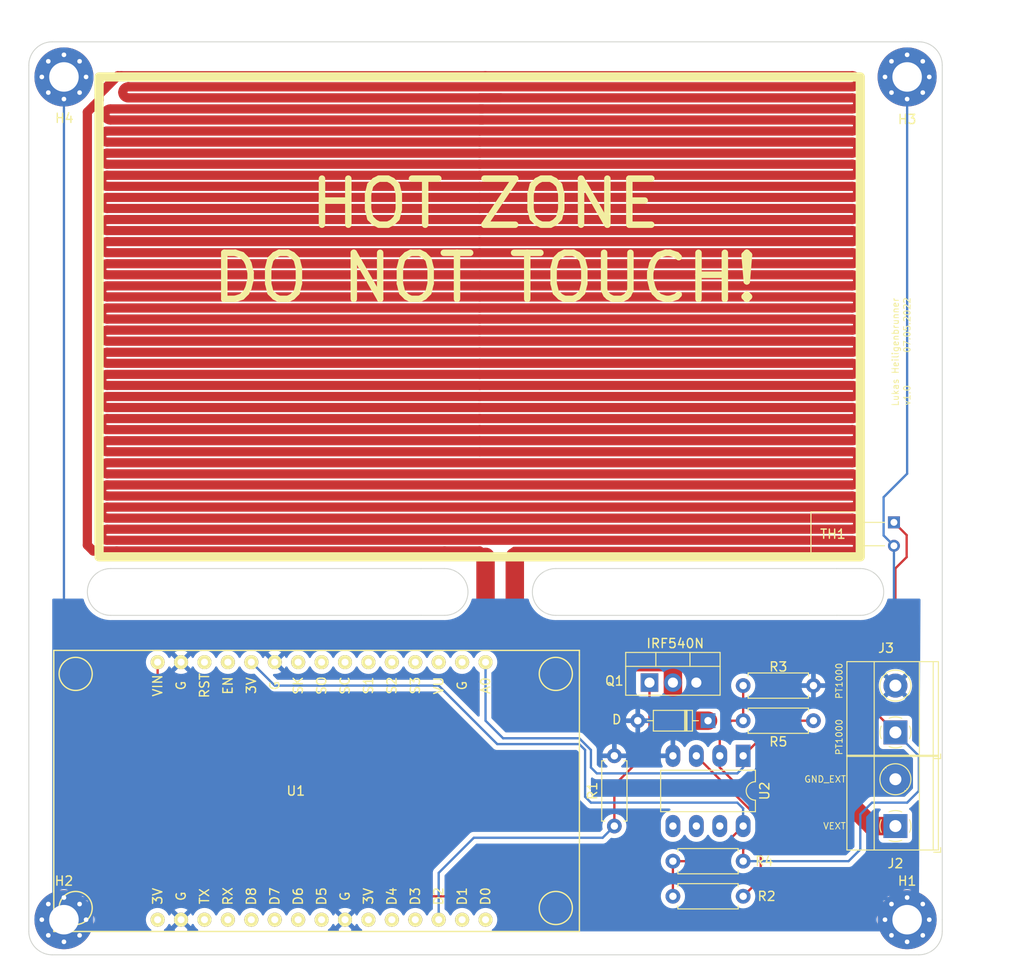
<source format=kicad_pcb>
(kicad_pcb (version 20211014) (generator pcbnew)

  (general
    (thickness 1.6)
  )

  (paper "A4")
  (title_block
    (title "SMD Reflow Solder")
    (rev "v1.0")
    (company "Lukas Heiligenbrunner")
  )

  (layers
    (0 "F.Cu" signal)
    (31 "B.Cu" signal)
    (32 "B.Adhes" user "B.Adhesive")
    (33 "F.Adhes" user "F.Adhesive")
    (34 "B.Paste" user)
    (35 "F.Paste" user)
    (36 "B.SilkS" user "B.Silkscreen")
    (37 "F.SilkS" user "F.Silkscreen")
    (38 "B.Mask" user)
    (39 "F.Mask" user)
    (40 "Dwgs.User" user "User.Drawings")
    (41 "Cmts.User" user "User.Comments")
    (42 "Eco1.User" user "User.Eco1")
    (43 "Eco2.User" user "User.Eco2")
    (44 "Edge.Cuts" user)
    (45 "Margin" user)
    (46 "B.CrtYd" user "B.Courtyard")
    (47 "F.CrtYd" user "F.Courtyard")
    (48 "B.Fab" user)
    (49 "F.Fab" user)
    (50 "User.1" user)
    (51 "User.2" user)
    (52 "User.3" user)
    (53 "User.4" user)
    (54 "User.5" user)
    (55 "User.6" user)
    (56 "User.7" user)
    (57 "User.8" user)
    (58 "User.9" user)
  )

  (setup
    (stackup
      (layer "F.SilkS" (type "Top Silk Screen"))
      (layer "F.Paste" (type "Top Solder Paste"))
      (layer "F.Mask" (type "Top Solder Mask") (thickness 0.01))
      (layer "F.Cu" (type "copper") (thickness 0.035))
      (layer "dielectric 1" (type "core") (thickness 1.51) (material "FR4") (epsilon_r 4.5) (loss_tangent 0.02))
      (layer "B.Cu" (type "copper") (thickness 0.035))
      (layer "B.Mask" (type "Bottom Solder Mask") (thickness 0.01))
      (layer "B.Paste" (type "Bottom Solder Paste"))
      (layer "B.SilkS" (type "Bottom Silk Screen"))
      (copper_finish "None")
      (dielectric_constraints no)
    )
    (pad_to_mask_clearance 0)
    (pcbplotparams
      (layerselection 0x00010fc_ffffffff)
      (disableapertmacros false)
      (usegerberextensions true)
      (usegerberattributes true)
      (usegerberadvancedattributes true)
      (creategerberjobfile false)
      (svguseinch false)
      (svgprecision 6)
      (excludeedgelayer true)
      (plotframeref false)
      (viasonmask false)
      (mode 1)
      (useauxorigin false)
      (hpglpennumber 1)
      (hpglpenspeed 20)
      (hpglpendiameter 15.000000)
      (dxfpolygonmode true)
      (dxfimperialunits true)
      (dxfusepcbnewfont true)
      (psnegative false)
      (psa4output false)
      (plotreference true)
      (plotvalue true)
      (plotinvisibletext false)
      (sketchpadsonfab false)
      (subtractmaskfromsilk false)
      (outputformat 1)
      (mirror false)
      (drillshape 0)
      (scaleselection 1)
      (outputdirectory "out/")
    )
  )

  (net 0 "")
  (net 1 "unconnected-(U1-Pad2)")
  (net 2 "unconnected-(U1-Pad4)")
  (net 3 "unconnected-(U1-Pad5)")
  (net 4 "unconnected-(U1-Pad6)")
  (net 5 "unconnected-(U1-Pad7)")
  (net 6 "unconnected-(U1-Pad8)")
  (net 7 "unconnected-(U1-Pad9)")
  (net 8 "unconnected-(U1-Pad12)")
  (net 9 "unconnected-(U1-Pad13)")
  (net 10 "unconnected-(U1-Pad16)")
  (net 11 "unconnected-(U1-Pad18)")
  (net 12 "unconnected-(U1-Pad19)")
  (net 13 "unconnected-(U1-Pad20)")
  (net 14 "unconnected-(U1-Pad21)")
  (net 15 "unconnected-(U1-Pad22)")
  (net 16 "unconnected-(U1-Pad23)")
  (net 17 "unconnected-(U1-Pad25)")
  (net 18 "unconnected-(U1-Pad26)")
  (net 19 "unconnected-(U1-Pad27)")
  (net 20 "unconnected-(U1-Pad29)")
  (net 21 "unconnected-(U1-Pad30)")
  (net 22 "VCC")
  (net 23 "GND")
  (net 24 "PT1000")
  (net 25 "+3V3")
  (net 26 "Net-(R2-Pad2)")
  (net 27 "D2")
  (net 28 "ADC0")
  (net 29 "unconnected-(U1-Pad3)")
  (net 30 "unconnected-(U2-Pad5)")
  (net 31 "unconnected-(U2-Pad6)")
  (net 32 "unconnected-(U2-Pad7)")

  (footprint "Resistor_THT:R_Axial_DIN0207_L6.3mm_D2.5mm_P7.62mm_Horizontal" (layer "F.Cu") (at 184.15 110.49))

  (footprint "MountingHole:MountingHole_3.2mm_M3_Pad_Via" (layer "F.Cu") (at 118.11 116.84))

  (footprint "Package_TO_SOT_THT:TO-220-3_Vertical" (layer "F.Cu") (at 181.61 91.115))

  (footprint "TerminalBlock_Phoenix:TerminalBlock_Phoenix_MKDS-1,5-2-5.08_1x02_P5.08mm_Horizontal" (layer "F.Cu") (at 208.28 96.52 90))

  (footprint "TerminalBlock_Phoenix:TerminalBlock_Phoenix_MKDS-1,5-2-5.08_1x02_P5.08mm_Horizontal" (layer "F.Cu") (at 208.28 106.68 90))

  (footprint "Resistor_THT:R_Axial_DIN0207_L6.3mm_D2.5mm_P7.62mm_Horizontal" (layer "F.Cu") (at 191.77 91.44))

  (footprint "Package_DIP:DIP-8_W7.62mm_LongPads" (layer "F.Cu") (at 191.77 99.06 -90))

  (footprint "MountingHole:MountingHole_3.2mm_M3_Pad_Via" (layer "F.Cu") (at 209.55 116.84))

  (footprint "ESP8266:NodeMCU-LoLinV3" (layer "F.Cu") (at 143.51 102.87 -90))

  (footprint "Package_TO_SOT_THT:TO-92-2_Horizontal1" (layer "F.Cu") (at 208.12 73.73 -90))

  (footprint "Resistor_THT:R_Axial_DIN0207_L6.3mm_D2.5mm_P7.62mm_Horizontal" (layer "F.Cu") (at 184.15 114.3))

  (footprint "MountingHole:MountingHole_3.2mm_M3_Pad_Via" (layer "F.Cu") (at 209.55 25.4))

  (footprint "Resistor_THT:R_Axial_DIN0207_L6.3mm_D2.5mm_P7.62mm_Horizontal" (layer "F.Cu") (at 177.8 106.68 90))

  (footprint "MountingHole:MountingHole_3.2mm_M3_Pad_Via" (layer "F.Cu") (at 118.11 25.4))

  (footprint "Resistor_THT:R_Axial_DIN0207_L6.3mm_D2.5mm_P7.62mm_Horizontal" (layer "F.Cu") (at 191.77 95.25))

  (footprint "Diode_THT:D_DO-35_SOD27_P7.62mm_Horizontal" (layer "F.Cu") (at 187.96 95.25 180))

  (gr_rect (start 121.92 25.4) (end 204.47 77.47) (layer "F.SilkS") (width 1) (fill none) (tstamp a152f063-a703-4c36-8f3f-666948886637))
  (gr_arc (start 123.19 83.82) (mid 120.65 81.28) (end 123.19 78.74) (layer "Edge.Cuts") (width 0.1) (tstamp 0bc88e76-2e2e-4cb4-8e06-f1c4d1253f61))
  (gr_arc (start 210.82 21.59) (mid 212.616051 22.333949) (end 213.36 24.13) (layer "Edge.Cuts") (width 0.1) (tstamp 2636e8c7-1d19-4048-89cd-0d5a1d0f3616))
  (gr_arc (start 213.36 118.11) (mid 212.616051 119.906051) (end 210.82 120.65) (layer "Edge.Cuts") (width 0.1) (tstamp 2d4ebdf5-600b-4a02-80c0-8613d77fd7f0))
  (gr_line (start 201.93 78.74) (end 204.47 78.74) (layer "Edge.Cuts") (width 0.1) (tstamp 363bb7e6-1115-48f7-9136-7e6eab648124))
  (gr_arc (start 171.45 83.82) (mid 168.91 81.28) (end 171.45 78.74) (layer "Edge.Cuts") (width 0.1) (tstamp 405a66d1-a84f-4752-83f8-f967dce9abca))
  (gr_line (start 201.93 83.82) (end 204.47 83.82) (layer "Edge.Cuts") (width 0.1) (tstamp 4cf7da03-5332-486c-aa34-68bf70cf8801))
  (gr_arc (start 204.47 78.74) (mid 207.01 81.28) (end 204.47 83.82) (layer "Edge.Cuts") (width 0.1) (tstamp 4f68486f-1ea9-4e69-9cf5-2365ef35979a))
  (gr_line (start 123.19 78.74) (end 156.845 78.74) (layer "Edge.Cuts") (width 0.1) (tstamp 55c15fc5-b5a9-43d7-9a88-bfa97086aa39))
  (gr_line (start 213.36 24.13) (end 213.36 116.84) (layer "Edge.Cuts") (width 0.1) (tstamp 5d52ecb2-7703-429d-9d6e-1d4065ec19b2))
  (gr_line (start 210.82 120.65) (end 116.84 120.65) (layer "Edge.Cuts") (width 0.1) (tstamp 67057d04-651f-4f55-b582-bd74269f0054))
  (gr_line (start 213.36 118.11) (end 213.36 116.84) (layer "Edge.Cuts") (width 0.1) (tstamp 6c4a9c47-b39e-4116-af07-d25fc075bc01))
  (gr_line (start 114.3 118.11) (end 114.3 24.13) (layer "Edge.Cuts") (width 0.1) (tstamp 6db957e6-8fd4-410a-83f4-6133ad518c4b))
  (gr_line (start 171.45 83.82) (end 201.93 83.82) (layer "Edge.Cuts") (width 0.1) (tstamp 84a61bcc-edb3-4f0a-b5ee-67ea7bf5fa50))
  (gr_arc (start 116.84 120.65) (mid 115.043949 119.906051) (end 114.3 118.11) (layer "Edge.Cuts") (width 0.1) (tstamp 8b9d1094-885a-498f-86cb-850195ff9047))
  (gr_line (start 171.45 78.74) (end 201.93 78.74) (layer "Edge.Cuts") (width 0.1) (tstamp a1c6121a-19fb-479d-8c88-f5f8bb896184))
  (gr_arc (start 114.3 24.13) (mid 115.043949 22.333949) (end 116.84 21.59) (layer "Edge.Cuts") (width 0.1) (tstamp aad4a83b-8cef-4ca6-99f0-718b538fd271))
  (gr_line (start 156.845 83.82) (end 159.385 83.82) (layer "Edge.Cuts") (width 0.1) (tstamp b7c39487-8f7b-4aac-a9b0-b8fb38f6405f))
  (gr_arc (start 159.385 78.74) (mid 161.925 81.28) (end 159.385 83.82) (layer "Edge.Cuts") (width 0.1) (tstamp bdbe3975-c63b-4400-934b-fd1b510361dc))
  (gr_line (start 116.84 21.59) (end 209.55 21.59) (layer "Edge.Cuts") (width 0.1) (tstamp ea5b4bfa-1915-4f97-877e-c393576dc740))
  (gr_line (start 156.845 78.74) (end 159.385 78.74) (layer "Edge.Cuts") (width 0.1) (tstamp f19a8eae-0230-4222-8201-8ff4c3ccb72a))
  (gr_line (start 123.19 83.82) (end 156.845 83.82) (layer "Edge.Cuts") (width 0.1) (tstamp f4e04a35-1b53-42a6-9fe4-09d51277124a))
  (gr_line (start 209.55 21.59) (end 210.82 21.59) (layer "Edge.Cuts") (width 0.1) (tstamp fe420f77-c9eb-481c-b9f6-270370590034))
  (gr_text "07.05.2022" (at 209.55 52.324 90) (layer "F.SilkS") (tstamp 09415402-d276-45b7-afb8-bf3974bf2a44)
    (effects (font (size 0.7 0.7) (thickness 0.1)))
  )
  (gr_text "Lukas Heiligenbrunner" (at 208.28 55.245 90) (layer "F.SilkS") (tstamp 0b1e5997-7cd1-4f74-a1f7-9972c74a00be)
    (effects (font (size 0.7 0.7) (thickness 0.1)))
  )
  (gr_text "PT1000" (at 202.184 90.932 90) (layer "F.SilkS") (tstamp 3b1c1768-766c-42cf-92e2-5ac179219634)
    (effects (font (size 0.7 0.7) (thickness 0.1)))
  )
  (gr_text "GND_EXT" (at 200.66 101.6) (layer "F.SilkS") (tstamp 4d8e08e2-d2ef-4e0b-94c4-a7c14b74b020)
    (effects (font (size 0.7 0.7) (thickness 0.1)))
  )
  (gr_text "HOT ZONE\nDO NOT TOUCH!" (at 163.83 43.18) (layer "F.SilkS") (tstamp 60e61964-6ea7-468c-b4d5-c464c2964fb4)
    (effects (font (size 5 5) (thickness 0.7)))
  )
  (gr_text "v1.0" (at 209.55 59.944 90) (layer "F.SilkS") (tstamp 842d9caa-951d-4df6-879c-ca93fb99c460)
    (effects (font (size 0.7 0.7) (thickness 0.1)))
  )
  (gr_text "PT1000" (at 202.184 97.028 90) (layer "F.SilkS") (tstamp b8ff5247-d7e9-49b7-a0d1-efa1eb141922)
    (effects (font (size 0.7 0.7) (thickness 0.1)))
  )
  (gr_text "VEXT" (at 201.676 106.68) (layer "F.SilkS") (tstamp f969ddd1-ef60-44d4-a55e-2fbb2fa16c5f)
    (effects (font (size 0.7 0.7) (thickness 0.1)))
  )
  (dimension (type aligned) (layer "Cmts.User") (tstamp 2d888120-70b2-4ada-b93e-953b16efebf9)
    (pts (xy 213.434615 21.59) (xy 213.434615 120.65))
    (height -5.005385)
    (gr_text "99.0600 mm" (at 217.29 71.12 90) (layer "Cmts.User") (tstamp 2d888120-70b2-4ada-b93e-953b16efebf9)
      (effects (font (size 1 1) (thickness 0.15)))
    )
    (format (units 3) (units_format 1) (precision 4))
    (style (thickness 0.15) (arrow_length 1.27) (text_position_mode 0) (extension_height 0.58642) (extension_offset 0.5) keep_text_aligned)
  )
  (dimension (type aligned) (layer "Cmts.User") (tstamp ac285884-6f03-4659-9705-75f1c21b3d37)
    (pts (xy 114.3 21.59) (xy 213.434615 21.59))
    (height -2.54)
    (gr_text "99.1346 mm" (at 163.867307 17.9) (layer "Cmts.User") (tstamp ac285884-6f03-4659-9705-75f1c21b3d37)
      (effects (font (size 1 1) (thickness 0.15)))
    )
    (format (units 3) (units_format 1) (precision 4))
    (style (thickness 0.15) (arrow_length 1.27) (text_position_mode 0) (extension_height 0.58642) (extension_offset 0.5) keep_text_aligned)
  )

  (segment (start 163.195 31.26997) (end 203.595 31.26997) (width 1) (layer "F.Cu") (net 22) (tstamp 00c49c24-fa02-4bb5-9f8f-2c16f6859afc))
  (segment (start 203.595 42.06998) (end 163.195 42.069979) (width 1) (layer "F.Cu") (net 22) (tstamp 025a693f-4071-4aa2-b7ff-99241bde17ad))
  (segment (start 163.195 62.469996) (end 203.595 62.469996) (width 1) (layer "F.Cu") (net 22) (tstamp 053da029-9baf-4dae-be35-19092d3b3ac8))
  (segment (start 203.595 27.669968) (end 163.195 27.669967) (width 1) (layer "F.Cu") (net 22) (tstamp 05465dab-68e4-43ee-8fa8-6820213376cf))
  (segment (start 163.195 34.869973) (end 122.795 34.869973) (width 1) (layer "F.Cu") (net 22) (tstamp 056b6957-c3a9-4470-932c-3c17802776df))
  (segment (start 203.595 68.47) (end 122.795 68.47) (width 1) (layer "F.Cu") (net 22) (tstamp 05b91425-aad6-49ee-8740-a96de404833e))
  (segment (start 122.795 38.469977) (end 163.195 38.469976) (width 1) (layer "F.Cu") (net 22) (tstamp 0995e392-6b3e-4a0b-8d7d-28501414ecc0))
  (segment (start 121.92 27.94) (end 121.285 28.575) (width 1) (layer "F.Cu") (net 22) (tstamp 0a1e2f4c-b0b8-4ee3-aa79-98c2de465440))
  (segment (start 122.795 31.269971) (end 163.195 31.26997) (width 1) (layer "F.Cu") (net 22) (tstamp 0adc4f52-4aa9-4047-81e5-80f651f6b595))
  (segment (start 124.329965 25.269965) (end 123.955035 25.269965) (width 1) (layer "F.Cu") (net 22) (tstamp 0e643485-d111-4e36-8c16-7e2f167cd000))
  (segment (start 122.795 62.469997) (end 163.195 62.469996) (width 1) (layer "F.Cu") (net 22) (tstamp 1049e344-86ce-4b21-9b0b-0c2a966cfdb2))
  (segment (start 167.64 88.9) (end 163.83 85.09) (width 2) (layer "F.Cu") (net 22) (tstamp 11ba7bcf-6e1b-4093-93c8-a5f6f15fcb2d))
  (segment (start 203.595 49.269986) (end 163.195 49.269985) (width 1) (layer "F.Cu") (net 22) (tstamp 128f684c-e58d-45f7-b47a-08f15fdbc546))
  (segment (start 163.195 64.869998) (end 203.595 64.869998) (width 1) (layer "F.Cu") (net 22) (tstamp 12969465-b21d-48c9-9674-38371543ee82))
  (segment (start 165.495 27.669967) (end 125.095 27.669967) (width 1) (layer "F.Cu") (net 22) (tstamp 13ad187f-20a7-4541-b5ff-59354daa6024))
  (segment (start 163.195 46.869983) (end 122.795 46.869983) (width 1) (layer "F.Cu") (net 22) (tstamp 14e26d17-31cf-474c-959e-0c5db48ed358))
  (segment (start 163.195 36.069974) (end 203.595 36.069974) (width 1) (layer "F.Cu") (net 22) (tstamp 14e3a03a-f73d-42bc-8ef5-2bf09a6bf2ac))
  (segment (start 163.195 54.069989) (end 122.795 54.069989) (width 1) (layer "F.Cu") (net 22) (tstamp 1a281d00-6fa5-46a3-bddb-f0be170b6e15))
  (segment (start 163.195 51.669987) (end 122.795 51.669987) (width 1) (layer "F.Cu") (net 22) (tstamp 1f82f067-196f-424c-b112-cc4d9c1424c3))
  (segment (start 179.07 114.3) (end 181.61 116.84) (width 0.25) (layer "F.Cu") (net 22) (tstamp 1fa91111-ab72-45d6-9052-31f54cf8cb24))
  (segment (start 121.285 76.835) (end 123.825 76.835) (width 1) (layer "F.Cu") (net 22) (tstamp 20e70d5f-7ee3-4564-8e38-771bcc35259b))
  (segment (start 122.795 74.47) (end 203.595 74.47) (width 1) (layer "F.Cu") (net 22) (tstamp 20ec9e03-fb84-4ea4-9756-5814b6c50c40))
  (segment (start 121.285 28.575) (end 120.65 29.21) (width 1) (layer "F.Cu") (net 22) (tstamp 253520aa-3f8b-46c6-9d60-21ccce71bb76))
  (segment (start 203.595 37.269976) (end 163.195 37.269975) (width 1) (layer "F.Cu") (net 22) (tstamp 289b2c71-fb8f-4044-95f3-61cf01a3cb55))
  (segment (start 167.005 76.87) (end 203.595 76.87) (width 1) (layer "F.Cu") (net 22) (tstamp 29335626-334c-48ee-bfb0-23f7a003767b))
  (segment (start 122.795 67.27) (end 203.595 67.27) (width 1) (layer "F.Cu") (net 22) (tstamp 305c87ba-7535-42c3-adfb-12b2744e34f1))
  (segment (start 128.27 111.76) (end 130.81 114.3) (width 0.25) (layer "F.Cu") (net 22) (tstamp 32e89bcc-cde7-41d9-8a90-e452de001392))
  (segment (start 163.195 50.469986) (end 203.595 50.469986) (width 1) (layer "F.Cu") (net 22) (tstamp 34933c4b-ad29-4e81-9097-c3f5b62a01bb))
  (segment (start 181.61 116.84) (end 201.93 116.84) (width 0.25) (layer "F.Cu") (net 22) (tstamp 34a811ee-c848-4c2e-8d75-9176061c1d96))
  (segment (start 167.005 83.82) (end 167.005 77.47) (width 2) (layer "F.Cu") (net 22) (tstamp 3b540f21-f367-49ba-b243-577231ab7ca6))
  (segment (start 163.195 55.26999) (end 203.595 55.26999) (width 1) (layer "F.Cu") (net 22) (tstamp 3f9ec3f4-0a7a-45ed-93d3-0753b5a87335))
  (segment (start 203.595 58.869994) (end 163.195 58.869993) (width 1) (layer "F.Cu") (net 22) (tstamp 45beae1e-bc53-460c-a35d-b55c04d322bd))
  (segment (start 187.96 95.25) (end 185.16 95.25) (width 2) (layer "F.Cu") (net 22) (tstamp 4ad26248-4d57-4a59-b21a-424d7a43ab9d))
  (segment (start 122.795 69.67) (end 203.595 69.67) (width 1) (layer "F.Cu") (net 22) (tstamp 4d0cf354-6cba-409e-8b1f-01c25193e27f))
  (segment (start 122.555 26.67) (end 121.92 27.305) (width 1) (layer "F.Cu") (net 22) (tstamp 4eed7352-f774-432b-9d3d-9088c1f91f04))
  (segment (start 163.195 52.869988) (end 203.595 52.869988) (width 1) (layer "F.Cu") (net 22) (tstamp 4eef0f6a-3440-4be7-9578-b69b7634d376))
  (segment (start 163.195 56.469991) (end 122.795 56.469991) (width 1) (layer "F.Cu") (net 22) (tstamp 4fa820d0-79d3-4cca-9446-4abf72b5b8eb))
  (segment (start 163.195 60.069994) (end 203.595 60.069994) (width 1) (layer "F.Cu") (net 22) (tstamp 59196db6-0fe7-4320-980f-621687432c82))
  (segment (start 208.585 106.685) (end 205.745 106.685) (width 2) (layer "F.Cu") (net 22) (tstamp 59ecad3a-03c7-4666-8831-22ddef786059))
  (segment (start 203.595 75.67) (end 122.795 75.67) (width 1) (layer "F.Cu") (net 22) (tstamp 5fd2b6bc-ef91-42d5-9099-c14240d7811b))
  (segment (start 163.195 58.869993) (end 122.795 58.869993) (width 1) (layer "F.Cu") (net 22) (tstamp 61fd858c-f09a-4ebf-8259-fccaf4ad67b2))
  (segment (start 163.195 38.469976) (end 203.595 38.469976) (width 1) (layer "F.Cu") (net 22) (tstamp 659d0b4e-837a-4aaf-81f2-838470316c05))
  (segment (start 184.15 94.24) (end 184.15 91.115) (width 2) (layer "F.Cu") (net 22) (tstamp 6649df7f-fb63-42ca-9cf0-66f6816034fc))
  (segment (start 122.795 60.069995) (end 163.195 60.069994) (width 1) (layer "F.Cu") (net 22) (tstamp 666c05f4-d222-40f6-8b54-fe5beead07bc))
  (segment (start 123.825 76.835) (end 159.385 76.835) (width 1) (layer "F.Cu") (net 22) (tstamp 66c1e686-50d1-4b5d-80b0-06d90a43a98e))
  (segment (start 159.385 76.835) (end 163.195 76.835) (width 1) (layer "F.Cu") (net 22) (tstamp 66c4f311-7152-4d75-aea5-0375005c6cd8))
  (segment (start 203.595 34.869974) (end 163.195 34.869973) (width 1) (layer "F.Cu") (net 22) (tstamp 68ede9e9-7176-40d9-90f2-f8e98d5fcf72))
  (segment (start 121.92 27.305) (end 121.92 27.94) (width 1) (layer "F.Cu") (net 22) (tstamp 6cb885f6-ed55-49f0-9c28-5ad0de8c9aa2))
  (segment (start 169.545 86.36) (end 167.005 83.82) (width 2) (layer "F.Cu") (net 22) (tstamp 6ec10226-9e5e-4f7f-9ecb-402526e1f58c))
  (segment (start 122.795 43.269981) (end 163.195 43.26998) (width 1) (layer "F.Cu") (net 22) (tstamp 6f0c5844-d585-49ba-bad5-168567b30d18))
  (segment (start 203.595 51.669988) (end 163.195 51.669987) (width 1) (layer "F.Cu") (net 22) (tstamp 75043c22-936a-48db-b0cd-523e6221c3fe))
  (segment (start 163.195 40.869978) (end 203.595 40.869978) (width 1) (layer "F.Cu") (net 22) (tstamp 7c9dee9e-2cc4-471b-8e98-76d17bb22cb0))
  (segment (start 203.595 73.27) (end 122.795 73.27) (width 1) (layer "F.Cu") (net 22) (tstamp 7cf6bb0d-3065-461f-a243-7766a5a5e8fc))
  (segment (start 201.93 86.36) (end 169.545 86.36) (width 2) (layer "F.Cu") (net 22) (tstamp 7e4a9392-d210-46be-a648-8122de237b21))
  (segment (start 122.795 52.869989) (end 163.195 52.869988) (width 1) (layer "F.Cu") (net 22) (tstamp 7f9768b6-ac9f-4892-b87b-b82b54bcba05))
  (segment (start 203.595 30.06997) (end 163.195 30.069969) (width 1) (layer "F.Cu") (net 22) (tstamp 7fe23449-fd56-4274-b6c4-babd05e071e4))
  (segment (start 125.095 26.469967) (end 125.095001 26.469966) (width 1) (layer "F.Cu") (net 22) (tstamp 8409b6ee-0ed3-4f14-a0d3-13c2f09c14ac))
  (segment (start 122.795 72.07) (end 203.595 72.07) (width 1) (layer "F.Cu") (net 22) (tstamp 841a2dd6-7fe0-4111-98f4-e8b1159d83b6))
  (segment (start 163.195 42.069979) (end 122.795 42.069979) (width 1) (layer "F.Cu") (net 22) (tstamp 8af83f89-8a89-412b-8b3e-2856f940f39a))
  (segment (start 163.195 49.269985) (end 122.795 49.269985) (width 1) (layer "F.Cu") (net 22) (tstamp 8c9b713c-62be-4d0a-971f-064a20be5fb9))
  (segment (start 122.795 64.869999) (end 163.195 64.869998) (width 1) (layer "F.Cu") (net 22) (tstamp 8e8d4dab-aa7e-4a85-9130-95386a0533b5))
  (segment (start 203.595 56.469992) (end 163.195 56.469991) (width 1) (layer "F.Cu") (net 22) (tstamp 8eecd065-6fd8-4781-8bbb-dcfa48e2fae8))
  (segment (start 167.005 76.87) (end 167.005 77.47) (width 1) (layer "F.Cu") (net 22) (tstamp 9143e0ea-2495-4a72-b74f-588bb4a0bd82))
  (segment (start 120.65 29.21) (end 120.65 76.2) (width 1) (layer "F.Cu") (net 22) (tstamp 955bcaf0-9fb1-42a2-aa9e-1e5ba9a3f733))
  (segment (start 205.745 113.025) (end 205.745 106.685) (width 0.25) (layer "F.Cu") (net 22) (tstamp 96daff65-db96-4e51-b843-dce13d338959))
  (segment (start 122.795 36.069975) (end 163.195 36.069974) (width 1) (layer "F.Cu") (net 22) (tstamp 98694d7c-719b-48c1-9c24-58782d741c3e))
  (segment (start 203.595 32.469972) (end 163.195 32.469971) (width 1) (layer "F.Cu") (net 22) (tstamp 9baea1c2-7292-466c-ac3c-faba4fb736cf))
  (segment (start 163.195 63.669997) (end 122.795 63.669997) (width 1) (layer "F.Cu") (net 22) (tstamp 9ce756c5-4e37-4237-9960-6376530d76e0))
  (segment (start 203.595 63.669998) (end 163.195 63.669997) (width 1) (layer "F.Cu") (net 22) (tstamp 9d892995-a075-427a-8b7a-d86b68fb0d08))
  (segment (start 163.555 30.069969) (end 123.155 30.069969) (width 1) (layer "F.Cu") (net 22) (tstamp 9f452dc2-1506-4a82-b59d-10f26cecb000))
  (segment (start 185.16 95.25) (end 184.15 94.24) (width 2) (layer "F.Cu") (net 22) (tstamp 9fd88bdb-0332-411a-9311-aaf488d4bb4e))
  (segment (start 203.595 54.06999) (end 163.195 54.069989) (width 1) (layer "F.Cu") (net 22) (tstamp a563e8fc-09cf-4604-af27-0a2b39806392))
  (segment (start 122.795 45.669983) (end 163.195 45.669982) (width 1) (layer "F.Cu") (net 22) (tstamp a74b2067-f102-4d70-8bef-b7d7b7103a1f))
  (segment (start 122.795 57.669993) (end 163.195 57.669992) (width 1) (layer "F.Cu") (net 22) (tstamp ac4972ac-a6e2-4bde-94c6-f59a29455422))
  (segment (start 122.795 48.069985) (end 163.195 48.069984) (width 1) (layer "F.Cu") (net 22) (tstamp ac65d7e5-8d37-4ad2-b44a-c6827695a55d))
  (segment (start 130.81 114.3) (end 179.07 114.3) (width 0.25) (layer "F.Cu") (net 22) (tstamp ad5798ae-dc01-41c7-8480-56c0574d5f53))
  (segment (start 122.795 33.669973) (end 163.195 33.669972) (width 1) (layer "F.Cu") (net 22) (tstamp ad5dd660-a08f-4e11-8eed-d384464f4b53))
  (segment (start 128.27 88.9) (end 128.27 111.76) (width 0.25) (layer "F.Cu") (net 22) (tstamp ad663d44-1b62-4924-9d89-035fcbecdc6a))
  (segment (start 163.195 44.469981) (end 122.795 44.469981) (width 1) (layer "F.Cu") (net 22) (tstamp ad72ae36-220b-4090-8e7f-ba3303752e03))
  (segment (start 163.195 66.069999) (end 122.795 66.069999) (width 1) (layer "F.Cu") (net 22) (tstamp ae460e76-e2d6-4d6b-a92a-bb385de3b769))
  (segment (start 163.195 33.669972) (end 203.595 33.669972) (width 1) (layer "F.Cu") (net 22) (tstamp b004be41-19f4-4bdb-9100-99e3e39beefc))
  (segment (start 125.095001 26.469966) (end 203.595 26.469966) (width 1) (layer "F.Cu") (net 22) (tstamp b4c889b8-a3fc-4833-b8de-3636b3b3c0da))
  (segment (start 163.195 43.26998) (end 203.595 43.26998) (width 1) (layer "F.Cu") (net 22) (tstamp b56841ee-427a-4b49-93f8-b377cf897f4e))
  (segment (start 184.15 91.115) (end 184.15 89.303478) (width 2) (layer "F.Cu") (net 22) (tstamp b74d6e5f-82cf-47d0-9beb-f25fe4202b3d))
  (segment (start 123.955035 25.269965) (end 122.555 26.67) (width 1) (layer "F.Cu") (net 22) (tstamp b84e76dd-0ce6-4107-9932-e365910145c6))
  (segment (start 163.195 32.469971) (end 122.795 32.469971) (width 1) (layer "F.Cu") (net 22) (tstamp b87718bd-1fb3-4622-bfdc-4395efd3c93d))
  (segment (start 122.795 50.469987) (end 163.195 50.469986) (width 1) (layer "F.Cu") (net 22) (tstamp ba5d500f-a76e-47c5-8ee9-784a6ff80e75))
  (segment (start 163.195 28.869968) (end 203.595 28.869968) (width 1) (layer "F.Cu") (net 22) (tstamp baba532e-f51c-401b-853c-0553b4181edb))
  (segment (start 203.2 87.63) (end 201.93 86.36) (width 2) (layer "F.Cu") (net 22) (tstamp bb9bd28f-ce90-4f01-bd57-5bc8264fc1de))
  (segment (start 203.595 46.869984) (end 163.195 46.869983) (width 1) (layer "F.Cu") (net 22) (tstamp be35d15c-d086-4060-9b24-e8162791f76c))
  (segment (start 163.195 45.669982) (end 203.595 45.669982) (width 1) (layer "F.Cu") (net 22) (tstamp c433538f-3126-43cf-bce0-385b414f356a))
  (segment (start 163.195 76.835) (end 163.83 77.47) (width 1) (layer "F.Cu") (net 22) (tstamp c618343e-e3fe-4ea2-a0d2-34a6291192d2))
  (segment (start 203.595 66.07) (end 163.195 66.069999) (width 1) (layer "F.Cu") (net 22) (tstamp c91e692b-5a1f-425a-8ea2-168f6b119db5))
  (segment (start 163.195 57.669992) (end 203.595 57.669992) (width 1) (layer "F.Cu") (net 22) (tstamp ca696faa-2f13-4ca3-acbb-fc1d21caf438))
  (segment (start 123.155 28.869969) (end 163.555 28.869968) (width 1) (layer "F.Cu") (net 22) (tstamp ce8ccecf-d37b-43bc-87e6-fb4df66735d3))
  (segment (start 203.595 61.269996) (end 163.195 61.269995) (width 1) (layer "F.Cu") (net 22) (tstamp cf2cd12a-c90a-46f8-9390-fba5b09937c2))
  (segment (start 203.595 25.269966) (end 163.795 25.269965) (width 1) (layer "F.Cu") (net 22) (tstamp d0d73403-9d97-4743-920c-0b087d128703))
  (segment (start 163.795 25.269965) (end 124.329965 25.269965) (width 1) (layer "F.Cu") (net 22) (tstamp d1b3e5d2-8e13-4b51-a6b9-b4dfc7cf5bde))
  (segment (start 163.195 37.269975) (end 122.795 37.269975) (width 1) (layer "F.Cu") (net 22) (tstamp d2da4af9-fb87-47ec-8105-1060e2490ec5))
  (segment (start 201.93 116.84) (end 205.745 113.025) (width 0.25) (layer "F.Cu") (net 22) (tstamp d3af0cc4-b680-4806-b1eb-effcc59a9c55))
  (segment (start 120.65 76.2) (end 121.285 76.835) (width 1) (layer "F.Cu") (net 22) (tstamp d7eff8e4-8c7d-451d-aefb-db3f916bcafd))
  (segment (start 203.2 104.14) (end 203.2 87.63) (width 2) (layer "F.Cu") (net 22) (tstamp da7fe5d7-d236-4aac-b6de-71d4cbe7aeb2))
  (segment (start 163.83 85.09) (end 163.83 77.47) (width 2) (layer "F.Cu") (net 22) (tstamp df369473-a2b4-469f-aca7-f61c08342751))
  (segment (start 163.195 61.269995) (end 122.795 61.269995) (width 1) (layer "F.Cu") (net 22) (tstamp e8503e88-dbf5-41d2-88ff-98c8bffe2adf))
  (segment (start 122.795 40.869979) (end 163.195 40.869978) (width 1) (layer "F.Cu") (net 22) (tstamp e89d6753-3b1b-4fdd-adf1-7d485324ee64))
  (segment (start 163.195 39.669977) (end 122.795 39.669977) (width 1) (layer "F.Cu") (net 22) (tstamp e8d5def1-efd0-493f-90d1-86f6f58e696f))
  (segment (start 122.795 55.269991) (end 163.195 55.26999) (width 1) (layer "F.Cu") (net 22) (tstamp ea6a0295-65fa-4095-ab70-42cea0776271))
  (segment (start 203.595 70.87) (end 122.795 70.87) (width 1) (layer "F.Cu") (net 22) (tstamp ec7729c3-7728-4324-b1a1-a7fcd8618e09))
  (segment (start 205.745 106.685) (end 203.2 104.14) (width 2) (layer "F.Cu") (net 22) (tstamp ef611875-aec2-4afd-9772-c8bdd0b82c42))
  (segment (start 184.15 89.303478) (end 183.746522 88.9) (width 2) (layer "F.Cu") (net 22) (tstamp f034c802-ec37-4ab1-9094-01ddefb51130))
  (segment (start 183.746522 88.9) (end 167.64 88.9) (width 2) (layer "F.Cu") (net 22) (tstamp f0fa1c87-2cee-4686-8d2f-981da3e3cc47))
  (segment (start 203.595 39.669978) (end 163.195 39.669977) (width 1) (layer "F.Cu") (net 22) (tstamp f1e737d6-313d-423e-8719-615ae5f44feb))
  (segment (start 163.195 48.069984) (end 203.595 48.069984) (width 1) (layer "F.Cu") (net 22) (tstamp f425f834-beb6-4452-816f-71b5909a8b83))
  (segment (start 203.595 44.469982) (end 163.195 44.469981) (width 1) (layer "F.Cu") (net 22) (tstamp f62fddf8-d0a3-4f90-83ee-5ed435f1ea5a))
  (arc (start 204.195 73.87) (mid 204.019264 73.445736) (end 203.595 73.27) (width 1) (layer "F.Cu") (net 22) (tstamp 0087cdde-c01d-4f73-8508-043a13b1f47c))
  (arc (start 122.195 65.469999) (mid 122.370736 65.045735) (end 122.795 64.869999) (width 1) (layer "F.Cu") (net 22) (tstamp 017f9586-faad-46da-9f47-ec88ea352430))
  (arc (start 204.195 52.269988) (mid 204.019264 51.845724) (end 203.595 51.669988) (width 1) (layer "F.Cu") (net 22) (tstamp 02c7301e-0042-442a-b601-ce607ced1f65))
  (arc (start 122.795 66.069999) (mid 122.370736 65.894263) (end 122.195 65.469999) (width 1) (layer "F.Cu") (net 22) (tstamp 045fda15-deea-41af-996d-e031f99c198f))
  (arc (start 122.795 51.669987) (mid 122.370736 51.494251) (end 122.195 51.069987) (width 1) (layer "F.Cu") (net 22) (tstamp 05dd91a8-1fb7-456c-87b1-88d1df40b7c8))
  (arc (start 204.195 71.47) (mid 204.019264 71.045736) (end 203.595 70.87) (width 1) (layer "F.Cu") (net 22) (tstamp 0b79bc60-8ee0-4a9f-b333-08afaf73c8bf))
  (arc (start 122.195 72.67) (mid 122.370736 72.245736) (end 122.795 72.07) (width 1) (layer "F.Cu") (net 22) (tstamp 0d030a4e-0df3-4b09-a32f-4dcd2ad2a757))
  (arc (start 122.795 44.469981) (mid 122.370736 44.294245) (end 122.195 43.869981) (width 1) (layer "F.Cu") (net 22) (tstamp 0d9053d8-f94d-4e60-be2b-fd3d813ced19))
  (arc (start 122.795 58.869993) (mid 122.370736 58.694257) (end 122.195 58.269993) (width 1) (layer "F.Cu") (net 22) (tstamp 0dec25fa-ab56-4691-90dd-394a6c02e3ac))
  (arc (start 122.195 34.269973) (mid 122.370736 33.845709) (end 122.795 33.669973) (width 1) (layer "F.Cu") (net 22) (tstamp 110d95f0-4f97-472b-a675-ca5d38da7bfe))
  (arc (start 203.595 50.469986) (mid 204.019264 50.29425) (end 204.195 49.869986) (width 1) (layer "F.Cu") (net 22) (tstamp 11363c1e-61e8-4366-91e5-be1f2f3bad0a))
  (arc (start 122.795 75.67) (mid 122.370736 75.494264) (end 122.195 75.07) (width 1) (layer "F.Cu") (net 22) (tstamp 1b6e7343-d0ef-49a4-8c29-1694e8fae756))
  (arc (start 203.595 69.67) (mid 204.019264 69.494264) (end 204.195 69.07) (width 1) (layer "F.Cu") (net 22) (tstamp 28f56385-c371-4bbe-a119-68e37769280f))
  (arc (start 203.595 31.26997) (mid 204.019264 31.094234) (end 204.195 30.66997) (width 1) (layer "F.Cu") (net 22) (tstamp 2d0913b6-7d96-42e3-a92f-6267c437e548))
  (arc (start 122.795 46.869983) (mid 122.370736 46.694247) (end 122.195 46.269983) (width 1) (layer "F.Cu") (net 22) (tstamp 304ac504-f49e-4246-a2f2-de5699a9f68d))
  (arc (start 204.195 54.66999) (mid 204.019264 54.245726) (end 203.595 54.06999) (width 1) (layer "F.Cu") (net 22) (tstamp 381642ea-3d59-4fd6-aa31-d58766119cfd))
  (arc (start 204.195 25.869966) (mid 204.019264 25.445702) (end 203.595 25.269966) (width 1) (layer "F.Cu") (net 22) (tstamp 3c333028-cb48-4a61-af54-41c7197149c0))
  (arc (start 204.195 45.069982) (mid 204.019264 44.645718) (end 203.595 44.469982) (width 1) (layer "F.Cu") (net 22) (tstamp 3ff7219c-10b8-4b91-b02c-e675e58566f7))
  (arc (start 203.595 76.87) (mid 204.019264 76.694264) (end 204.195 76.27) (width 1) (layer "F.Cu") (net 22) (tstamp 418002fc-579b-490f-a965-bc3dff38ac23))
  (arc (start 122.795 68.47) (mid 122.370736 68.294264) (end 122.195 67.87) (width 1) (layer "F.Cu") (net 22) (tstamp 46c52a27-f0c8-441b-912f-907ff9013285))
  (arc (start 122.195 70.27) (mid 122.370736 69.845736) (end 122.795 69.67) (width 1) (layer "F.Cu") (net 22) (tstamp 494dbc2c-493a-4c6b-8982-29a2ac78faa8))
  (arc (start 122.795 54.069989) (mid 122.370736 53.894253) (end 122.195 53.469989) (width 1) (layer "F.Cu") (net 22) (tstamp 49c86edb-ad7a-4d6c-b991-7bf7fae9fe9e))
  (arc (start 122.195 51.069987) (mid 122.370736 50.645723) (end 122.795 50.469987) (width 1) (layer "F.Cu") (net 22) (tstamp 580b2ce8-7537-4b3f-b5a8-e394ceaf9382))
  (arc (start 203.595 72.07) (mid 204.019264 71.894264) (end 204.195 71.47) (width 1) (layer "F.Cu") (net 22) (tstamp 5a941b2b-5ec2-4ad3-ae73-2ef66c9f138a))
  (arc (start 122.555 29.469969) (mid 122.730736 29.045705) (end 123.155 28.869969) (width 1) (layer "F.Cu") (net 22) (tstamp 5c21f037-2a29-431c-ac29-a6256be17add))
  (arc (start 204.195 49.869986) (mid 204.019264 49.445722) (end 203.595 49.269986) (width 1) (layer "F.Cu") (net 22) (tstamp 60a390d0-4d9d-443e-811f-e7984111f8db))
  (arc (start 203.595 64.869998) (mid 204.019264 64.694262) (end 204.195 64.269998) (width 1) (layer "F.Cu") (net 22) (tstamp 66f6d495-a96f-46a3-b875-1b505adb1982))
  (arc (start 122.795 63.669997) (mid 122.370736 63.494261) (end 122.195 63.069997) (width 1) (layer "F.Cu") (net 22) (tstamp 6753638f-4291-464e-b0e0-da333670f45c))
  (arc (start 204.195 33.069972) (mid 204.019264 32.645708) (end 203.595 32.469972) (width 1) (layer "F.Cu") (net 22) (tstamp 68832f74-c1f8-44d1-a01a-01a103970d68))
  (arc (start 203.595 60.069994) (mid 204.019264 59.894258) (end 204.195 59.469994) (width 1) (layer "F.Cu") (net 22) (tstamp 6a4005a7-7217-483d-949f-cac7a311f5c3))
  (arc (start 122.195 63.069997) (mid 122.370736 62.645733) (end 122.795 62.469997) (width 1) (layer "F.Cu") (net 22) (tstamp 6ac29cd5-3fff-4a91-91c2-c0e1cb5a0710))
  (arc (start 124.495 27.069967) (mid 124.670736 26.645703) (end 125.095 26.469967) (width 1) (layer "F.Cu") (net 22) (tstamp 71bb060a-dec8-48de-aa40-1c1eac2a43cf))
  (arc (start 204.195 40.269978) (mid 204.019264 39.845714) (end 203.595 39.669978) (width 1) (layer "F.Cu") (net 22) (tstamp 72d5bc0f-ce21-4b79-b99a-adb62ef92001))
  (arc (start 122.795 56.469991) (mid 122.370736 56.294255) (end 122.195 55.869991) (width 1) (layer "F.Cu") (net 22) (tstamp 75440d8c-164b-4c6c-bb20-2ce532c08a69))
  (arc (start 122.195 46.269983) (mid 122.370736 45.845719) (end 122.795 45.669983) (width 1) (layer "F.Cu") (net 22) (tstamp 7b92aa5d-275c-4002-855e-637d48d86d0b))
  (arc (start 203.595 48.069984) (mid 204.019264 47.894248) (end 204.195 47.469984) (width 1) (layer "F.Cu") (net 22) (tstamp 7bf7f78e-d04b-4c6f-a8ab-69ecfbae25ab))
  (arc (start 122.195 67.87) (mid 122.370736 67.445736) (end 122.795 67.27) (width 1) (layer "F.Cu") (net 22) (tstamp 7dbbb538-88b7-4ce1-b500-58324e52d0d0))
  (arc (start 203.595 45.669982) (mid 204.019264 45.494246) (end 204.195 45.069982) (width 1) (layer "F.Cu") (net 22) (tstamp 7efc035b-12d4-4ead-ab29-366001acd2af))
  (arc (start 203.595 28.869968) (mid 204.019264 28.694232) (end 204.195 28.269968) (width 1) (layer "F.Cu") (net 22) (tstamp 84822627-910e-494f-ad1e-c00072c1d692))
  (arc (start 122.195 31.869971) (mid 122.370736 31.445707) (end 122.795 31.269971) (width 1) (layer "F.Cu") (net 22) (tstamp 865495c0-fa1b-446f-b09c-8d5b550cb73a))
  (arc (start 203.595 74.47) (mid 204.019264 74.294264) (end 204.195 73.87) (width 1) (layer "F.Cu") (net 22) (tstamp 8a332154-f5e9-4756-85e8-9462eb46c624))
  (arc (start 122.795 37.269975) (mid 122.370736 37.094239) (end 122.195 36.669975) (width 1) (layer "F.Cu") (net 22) (tstamp 90209a8b-68c1-4d87-9ec2-dd129349049d))
  (arc (start 122.795 70.87) (mid 122.370736 70.694264) (end 122.195 70.27) (width 1) (layer "F.Cu") (net 22) (tstamp 953e2e7a-d522-4a3e-9df0-b6e5f788d5b9))
  (arc (start 203.595 55.26999) (mid 204.019264 55.094254) (end 204.195 54.66999) (width 1) (layer "F.Cu") (net 22) (tstamp 9ca9423d-c8c2-40ee-9ef5-b7223c891816))
  (arc (start 203.595 67.27) (mid 204.019264 67.094264) (end 204.195 66.67) (width 1) (layer "F.Cu") (net 22) (tstamp a187dbbc-08ac-4146-9ec7-7e64cf998037))
  (arc (start 204.195 64.269998) (mid 204.019264 63.845734) (end 203.595 63.669998) (width 1) (layer "F.Cu") (net 22) (tstamp a72a1803-bd3c-4991-ae93-3abfb4a9cd70))
  (arc (start 203.595 62.469996) (mid 204.019264 62.29426) (end 204.195 61.869996) (width 1) (layer "F.Cu") (net 22) (tstamp aad38ed4-a525-408a-9cea-979090236fdd))
  (arc (start 122.195 53.469989) (mid 122.370736 53.045725) (end 122.795 52.869989) (width 1) (layer "F.Cu") (net 22) (tstamp af4a9bd5-2520-4a40-b4b0-0d6f4ac63aef))
  (arc (start 122.795 34.869973) (mid 122.370736 34.694237) (end 122.195 34.269973) (width 1) (layer "F.Cu") (net 22) (tstamp b13f73b1-0555-4196-a1b4-5457f0ad6372))
  (arc (start 204.195 69.07) (mid 204.019264 68.645736) (end 203.595 68.47) (width 1) (layer "F.Cu") (net 22) (tstamp b182ed7f-3304-4da0-9e9e-152cc85be66b))
  (arc (start 204.195 61.869996) (mid 204.019264 61.445732) (end 203.595 61.269996) (width 1) (layer "F.Cu") (net 22) (tstamp c0cada8c-253e-4493-88c6-0cf7ad118cd6))
  (arc (start 125.095 27.669967) (mid 124.670736 27.494231) (end 124.495 27.069967) (width 1) (layer "F.Cu") (net 22) (tstamp c2172f6e-7dcc-4b2e-ada5-dbec0e58ae32))
  (arc (start 204.195 76.27) (mid 204.019264 75.845736) (end 203.595 75.67) (width 1) (layer "F.Cu") (net 22) (tstamp c23f0861-96fe-436c-a5b5-a8ef6466b9c8))
  (arc (start 122.795 49.269985) (mid 122.370736 49.094249) (end 122.195 48.669985) (width 1) (layer "F.Cu") (net 22) (tstamp c2a01440-47e9-44a0-9cb5-5cc5953e356d))
  (arc (start 204.195 59.469994) (mid 204.019264 59.04573) (end 203.595 58.869994) (width 1) (layer "F.Cu") (net 22) (tstamp c3460a28-b00c-4906-82b2-251e0a83f716))
  (arc (start 203.595 33.669972) (mid 204.019264 33.494236) (end 204.195 33.069972) (width 1) (layer "F.Cu") (net 22) (tstamp c7f92ae3-b85a-4a4a-aefb-5e8666f2dfb4))
  (arc (start 122.795 32.469971) (mid 122.370736 32.294235) (end 122.195 31.869971) (width 1) (layer "F.Cu") (net 22) (tstamp c8e96304-5201-45d8-b78b-25c6d639fc53))
  (arc (start 204.195 42.66998) (mid 204.019264 42.245716) (end 203.595 42.06998) (width 1) (layer "F.Cu") (net 22) (tstamp cda07037-fe67-4793-994b-a90b4440b390))
  (arc (start 204.195 66.67) (mid 204.019264 66.245736) (end 203.595 66.07) (width 1) (layer "F.Cu") (net 22) (tstamp cdca300a-d565-4405-8002-bd431eea37eb))
  (arc (start 122.195 41.469979) (mid 122.370736 41.045715) (end 122.795 40.869979) (width 1) (layer "F.Cu") (net 22) (tstamp d188e49b-023f-4930-8a0e-7a88098272ba))
  (arc (start 203.595 38.469976) (mid 204.019264 38.29424) (end 204.195 37.869976) (width 1) (layer "F.Cu") (net 22) (tstamp d324ea21-de31-41ba-898b-1b03a3ae6125))
  (arc (start 122.195 75.07) (mid 122.370736 74.645736) (end 122.795 74.47) (width 1) (layer "F.Cu") (net 22) (tstamp d366d708-3868-408c-a69c-bdc5ebf005cb))
  (arc (start 203.595 52.869988) (mid 204.019264 52.694252) (end 204.195 52.269988) (width 1) (layer "F.Cu") (net 22) (tstamp d39b14e4-e9cc-43ab-97f7-1724ecd3b8d2))
  (arc (start 203.595 43.26998) (mid 204.019264 43.094244) (end 204.195 42.66998) (width 1) (layer "F.Cu") (net 22) (tstamp d3ae4213-7ddb-41e3-861b-f59a5fd9c1b4))
  (arc (start 204.195 35.469974) (mid 204.019264 35.04571) (end 203.595 34.869974) (width 1) (layer "F.Cu") (net 22) (tstamp d57c87aa-525e-4a34-a27e-a01d343d663e))
  (arc (start 122.195 58.269993) (mid 122.370736 57.845729) (end 122.795 57.669993) (width 1) (layer "F.Cu") (net 22) (tstamp d6033f7b-6774-4eb4-a358-0c697ca76e2a))
  (arc (start 203.595 26.469966) (mid 204.019264 26.29423) (end 204.195 25.869966) (width 1) (layer "F.Cu") (net 22) (tstamp d7007eb8-25c1-4d2b-9ea6-3a41e5236003))
  (arc (start 203.595 40.869978) (mid 204.019264 40.694242) (end 204.195 40.269978) (width 1) (layer "F.Cu") (net 22) (tstamp ddc5ff43-a961-4b34-b74e-b0224576422e))
  (arc (start 122.195 48.669985) (mid 122.370736 48.245721) (end 122.795 48.069985) (width 1) (layer "F.Cu") (net 22) (tstamp dde2add6-f683-4534-b124-abfc513c52f8))
  (arc (start 122.795 39.669977) (mid 122.370736 39.494241) (end 122.195 39.069977) (width 1) (layer "F.Cu") (net 22) (tstamp de464a92-020d-4ea3-8337-8b2c7150b51c))
  (arc (start 122.795 42.069979) (mid 122.370736 41.894243) (end 122.195 41.469979) (width 1) (layer "F.Cu") (net 22) (tstamp e29b394b-8b43-48bc-b2cc-615ef72dc69d))
  (arc (start 123.155 30.069969) (mid 122.730736 29.894233) (end 122.555 29.469969) (width 1) (layer "F.Cu") (net 22) (tstamp e35f1c62-b1de-4f15-ae18-5551233a0526))
  (arc (start 203.595 36.069974) (mid 204.019264 35.894238) (end 204.195 35.469974) (width 1) (layer "F.Cu") (net 22) (tstamp e39e6eda-f577-452d-be21-65f3249c5167))
  (arc (start 204.195 47.469984) (mid 204.019264 47.04572) (end 203.595 46.869984) (width 1) (layer "F.Cu") (net 22) (tstamp e44b7e4f-d260-4fbf-a166-bce2694d5ccc))
  (arc (start 204.195 30.66997) (mid 204.019264 30.245706) (end 203.595 30.06997) (width 1) (layer "F.Cu") (net 22) (tstamp e6477a12-92ff-4f0c-aaaf-d41bb3f02898))
  (arc (start 204.195 28.269968) (mid 204.019264 27.845704) (end 203.595 27.669968) (width 1) (layer "F.Cu") (net 22) (tstamp e874220b-d622-4c61-ad25-426da545260d))
  (arc (start 122.795 61.269995) (mid 122.370736 61.094259) (end 122.195 60.669995) (width 1) (layer "F.Cu") (net 22) (tstamp ee29328b-47f8-49ca-b499-89ac6a664674))
  (arc (start 122.195 39.069977) (mid 122.370736 38.645713) (end 122.795 38.469977) (width 1) (layer "F.Cu") (net 22) (tstamp f04f0e62-8e6e-484f-a192-e7cd1ec31a5d))
  (arc (start 122.195 55.869991) (mid 122.370736 55.445727) (end 122.795 55.269991) (width 1) (layer "F.Cu") (net 22) (tstamp f0e819b1-c0a5-4bad-821f-fcde95d6fb99))
  (arc (start 204.195 37.869976) (mid 204.019264 37.445712) (end 203.595 37.269976) (width 1) (layer "F.Cu") (net 22) (tstamp f1d7dd34-bdde-4bcf-957d-ac151ae67aea))
  (arc (start 122.795 73.27) (mid 122.370736 73.094264) (end 122.195 72.67) (width 1) (layer "F.Cu") (net 22) (tstamp f3ea0f6f-0e5d-4f60-8b40-f8363219689a))
  (arc (start 204.195 57.069992) (mid 204.019264 56.645728) (end 203.595 56.469992) (width 1) (layer "F.Cu") (net 22) (tstamp f3fcc653-675e-48de-973d-bd4b6fb95c28))
  (arc (start 122.195 43.869981) (mid 122.370736 43.445717) (end 122.795 43.269981) (width 1) (layer "F.Cu") (net 22) (tstamp f4fcb3b0-06d8-4162-9f0d-b5c65051967c))
  (arc (start 203.595 57.669992) (mid 204.019264 57.494256) (end 204.195 57.069992) (width 1) (layer "F.Cu") (net 22) (tstamp faa82c05-6b80-4c5a-a834-7ae86348751e))
  (arc (start 122.195 60.669995) (mid 122.370736 60.245731) (end 122.795 60.069995) (width 1) (layer "F.Cu") (net 22) (tstamp fc16c190-cd05-4114-aed7-0e60c502a5f8))
  (arc (start 122.195 36.669975) (mid 122.370736 36.245711) (end 122.795 36.069975) (width 1) (layer "F.Cu") (net 22) (tstamp fcd0f1cb-09f1-4a2f-9d25-c8e63e83ce4e))
  (segment (start 118.11 25.4) (end 118.11 82.11) (width 0.25) (layer "B.Cu") (net 23) (tstamp 344a0636-ce84-4a56-88e3-7a14e29c6400))
  (segment (start 208.12 76.27) (end 208.12 82.88) (width 0.25) (layer "B.Cu") (net 23) (tstamp 370af7f8-85cb-4e81-a2d9-46e877968775))
  (segment (start 208.12 82.88) (end 208 83) (width 0.25) (layer "B.Cu") (net 23) (tstamp 42b3945c-6fc6-411d-a908-217af743e7b7))
  (segment (start 209.55 68.45) (end 209.55 25.4) (width 0.25) (layer "B.Cu") (net 23) (tstamp 73d7ed9e-fe06-40ff-9c98-4e956b517085))
  (segment (start 207 75.15) (end 207 71) (width 0.25) (layer "B.Cu") (net 23) (tstamp 8737c2ad-6645-4f1f-8631-c213e395a435))
  (segment (start 207 71) (end 209.55 68.45) (width 0.25) (layer "B.Cu") (net 23) (tstamp 8fc7628f-bdd4-41f9-9687-52e02e9b5634))
  (segment (start 208.28 26.67) (end 209.55 25.4) (width 0.25) (layer "B.Cu") (net 23) (tstamp a48061e3-73a7-4603-b410-fac74dea7c4d))
  (segment (start 118.11 82.11) (end 119 83) (width 0.25) (layer "B.Cu") (net 23) (tstamp af335765-6e08-48f1-91c7-7c1fbd77be52))
  (segment (start 208.12 76.27) (end 207 75.15) (width 0.25) (layer "B.Cu") (net 23) (tstamp dab0137f-6843-4ffd-aade-4bf0c7521da4))
  (segment (start 208.28 86.36) (end 208.28 78.72) (width 0.25) (layer "F.Cu") (net 24) (tstamp 1d34a34f-ba67-4bad-b505-fd88fc2452c0))
  (segment (start 209.5 77.5) (end 209.5 75.11) (width 0.25) (layer "F.Cu") (net 24) (tstamp 2d669263-c0a9-4eb6-96e2-17710f57cb49))
  (segment (start 209.5 75.11) (end 208.12 73.73) (width 0.25) (layer "F.Cu") (net 24) (tstamp 710b2ed7-1ec4-4188-aebd-989d5d7f28e8))
  (segment (start 193.675 107.315) (end 193.675 106.065) (width 0.25) (layer "F.Cu") (net 24) (tstamp 960ddf29-ddce-447f-9b66-5dcee6ea2b21))
  (segment (start 191.77 110.49) (end 191.77 109.22) (width 0.25) (layer "F.Cu") (net 24) (tstamp 97b1d96e-e456-4103-a4f9-1ddc01fb331a))
  (segment (start 208.28 96.52) (end 205.74 93.98) (width 0.25) (layer "F.Cu") (net 24) (tstamp 9ebde470-5f60-4253-ac08-1a4ed0c876db))
  (segment (start 193.675 106.065) (end 186.68 99.07) (width 0.25) (layer "F.Cu") (net 24) (tstamp aad6b73e-e88f-4cf5-8bd4-7038e8ae8f2b))
  (segment (start 191.77 109.22) (end 193.675 107.315) (width 0.25) (layer "F.Cu") (net 24) (tstamp afc410de-dd0e-4821-9a96-b0cec1780c17))
  (segment (start 208.28 96.525) (end 208.28 96.52) (width 0.25) (layer "F.Cu") (net 24) (tstamp b1b1e08a-1124-4efd-81cd-b5a4f8d29452))
  (segment (start 205.74 88.9) (end 208.28 86.36) (width 0.25) (layer "F.Cu") (net 24) (tstamp c66da9a4-e84d-4f8f-9476-af1e2e9b83d8))
  (segment (start 208.28 78.72) (end 209.5 77.5) (width 0.25) (layer "F.Cu") (net 24) (tstamp cab09d2e-209d-4d87-824c-3199b1ab628b))
  (segment (start 205.74 93.98) (end 205.74 88.9) (width 0.25) (layer "F.Cu") (net 24) (tstamp ffea11da-0e6b-4c43-8a18-43c52061a841))
  (segment (start 205.74 104.14) (end 204.47 105.41) (width 0.25) (layer "B.Cu") (net 24) (tstamp 0b63094d-9756-4e74-8332-88b23f0630fc))
  (segment (start 208.28 96.525) (end 210.82 99.065) (width 0.25) (layer "B.Cu") (net 24) (tstamp 66abaca8-cc8d-4e6b-a3d9-d071b5a5ba88))
  (segment (start 204.47 105.41) (end 204.47 109.22) (width 0.25) (layer "B.Cu") (net 24) (tstamp 681ff8fd-68eb-4c53-9f56-87f646416901))
  (segment (start 210.82 102.87) (end 209.55 104.14) (width 0.25) (layer "B.Cu") (net 24) (tstamp 6ba5c581-2499-48db-a389-d87a2d25f9ef))
  (segment (start 203.2 110.49) (end 191.77 110.49) (width 0.25) (layer "B.Cu") (net 24) (tstamp 73bd51b0-41f4-41b4-b13e-a47c0d669fa7))
  (segment (start 204.47 109.22) (end 203.2 110.49) (width 0.25) (layer "B.Cu") (net 24) (tstamp 7d491b9a-081a-46a8-9a5f-4fd0de5e1f53))
  (segment (start 209.55 104.14) (end 205.74 104.14) (width 0.25) (layer "B.Cu") (net 24) (tstamp d31bd26a-b014-4b10-943a-4da1367441a1))
  (segment (start 210.82 99.065) (end 210.82 102.87) (width 0.25) (layer "B.Cu") (net 24) (tstamp ffba796e-161b-4503-927a-16475030d6ef))
  (segment (start 187.96 110.49) (end 191.76 106.69) (width 0.25) (layer "F.Cu") (net 25) (tstamp 1a176beb-23bb-480c-8d65-a318418883e1))
  (segment (start 184.15 110.49) (end 187.96 110.49) (width 0.25) (layer "F.Cu") (net 25) (tstamp 8e8fae40-fe81-46ea-bbda-60c5bf9e8da3))
  (segment (start 184.15 114.3) (end 184.15 110.49) (width 0.25) (layer "F.Cu") (net 25) (tstamp a13349c4-cc9f-4bcd-bf4c-2db4ef416347))
  (segment (start 184.16 110.48) (end 184.15 110.49) (width 0.25) (layer "F.Cu") (net 25) (tstamp e5a289d5-2d8e-4647-97f9-0f74876123ea))
  (segment (start 174.625 98.425) (end 174.625 103.505) (width 0.25) (layer "B.Cu") (net 25) (tstamp 3b65d9dd-0d35-4098-ac1c-fe0afc4c7218))
  (segment (start 175.26 104.14) (end 191.135 104.14) (width 0.25) (layer "B.Cu") (net 25) (tstamp 3eece5a8-1f03-4adc-839b-89d38214b639))
  (segment (start 165.1 97.79) (end 173.99 97.79) (width 0.25) (layer "B.Cu") (net 25) (tstamp 625642d7-75b9-4c54-9ec8-63ce71a2d265))
  (segment (start 191.76 104.785) (end 191.76 106.69) (width 0.25) (layer "B.Cu") (net 25) (tstamp 70a3ec43-f6b9-4579-adae-cda0dc1e09ef))
  (segment (start 191.135 104.14) (end 191.77 104.775) (width 0.25) (layer "B.Cu") (net 25) (tstamp 76474dd6-2381-4e93-9674-aedb442beb17))
  (segment (start 173.99 97.79) (end 174.625 98.425) (width 0.25) (layer "B.Cu") (net 25) (tstamp 7d8c5184-8426-40db-9024-d07d86c42066))
  (segment (start 138.43 88.9) (end 140.97 91.44) (width 0.25) (layer "B.Cu") (net 25) (tstamp 8d6832b6-811c-4945-8407-2e9b8d80f6ef))
  (segment (start 158.75 91.44) (end 165.1 97.79) (width 0.25) (layer "B.Cu") (net 25) (tstamp 8e2fab7c-1120-464e-a503-57894c94759f))
  (segment (start 191.77 104.775) (end 191.76 104.785) (width 0.25) (layer "B.Cu") (net 25) (tstamp a1a76908-af40-4b0d-aa3d-f546d923ac41))
  (segment (start 174.625 103.505) (end 175.26 104.14) (width 0.25) (layer "B.Cu") (net 25) (tstamp c6b93e0b-d901-4e21-a005-90e972b4e958))
  (segment (start 140.97 91.44) (end 158.75 91.44) (width 0.25) (layer "B.Cu") (net 25) (tstamp ee70bdf7-2b11-4de2-9ea9-e465a51043d8))
  (segment (start 190.5 95.25) (end 191.77 95.25) (width 0.25) (layer "F.Cu") (net 26) (tstamp 3d046019-894f-46e3-919b-6e597a050027))
  (segment (start 189.23 99.06) (end 189.23 96.52) (width 0.25) (layer "F.Cu") (net 26) (tstamp 6abe3f9a-af70-400d-b64c-6cad60de51a6))
  (segment (start 189.22 100.32) (end 189.22 99.07) (width 0.25) (layer "F.Cu") (net 26) (tstamp 8bc791b2-3810-4835-950a-d0926e18c838))
  (segment (start 194.31 105.41) (end 189.22 100.32) (width 0.25) (layer "F.Cu") (net 26) (tstamp 959cc62c-9379-4a18-be88-45f07226bc10))
  (segment (start 191.77 114.3) (end 193.675 112.395) (width 0.25) (layer "F.Cu") (net 26) (tstamp b102b402-d131-4ffa-8ddd-27efe9947332))
  (segment (start 193.675 108.585) (end 194.31 107.95) (width 0.25) (layer "F.Cu") (net 26) (tstamp ba61e9e7-955a-4e4f-a601-4bcc71808833))
  (segment (start 189.23 96.52) (end 190.5 95.25) (width 0.25) (layer "F.Cu") (net 26) (tstamp ca4b71e8-23a4-4168-98a3-329819c1ef51))
  (segment (start 193.675 112.395) (end 193.675 108.585) (width 0.25) (layer "F.Cu") (net 26) (tstamp d181a8c4-4f7b-40f7-9901-2ad970b9adef))
  (segment (start 191.77 95.25) (end 191.77 91.44) (width 0.25) (layer "F.Cu") (net 26) (tstamp db575c71-6c84-4f97-8098-f4552210bf6c))
  (segment (start 194.31 107.95) (end 194.31 105.41) (width 0.25) (layer "F.Cu") (net 26) (tstamp f0b41b33-47c3-4b8c-8ebf-8ed8460d70d2))
  (segment (start 181.61 91.115) (end 181.61 98.425) (width 0.25) (layer "F.Cu") (net 27) (tstamp 2f641fd5-2d84-4fd5-b737-05641328e271))
  (segment (start 177.8 106.68) (end 177.8 102.235) (width 0.25) (layer "F.Cu") (net 27) (tstamp 49fe882a-08c8-4af7-b84b-33d3e13c81eb))
  (segment (start 181.61 98.425) (end 180.975 99.06) (width 0.25) (layer "F.Cu") (net 27) (tstamp 7da4fdb1-b30e-43da-8a1a-cc51781ed841))
  (segment (start 177.8 102.235) (end 180.975 99.06) (width 0.25) (layer "F.Cu") (net 27) (tstamp 82e9d667-68ea-4256-a9f4-2f0a2d5d0114))
  (segment (start 158.75 116.84) (end 158.75 111.76) (width 0.25) (layer "B.Cu") (net 27) (tstamp 2a88ea6c-4dbb-46a3-b6b5-f48a8ce15f14))
  (segment (start 162.56 107.95) (end 176.53 107.95) (width 0.25) (layer "B.Cu") (net 27) (tstamp 745c1d82-2baa-47c4-a938-5762d3654dd7))
  (segment (start 158.75 111.76) (end 162.56 107.95) (width 0.25) (layer "B.Cu") (net 27) (tstamp 92d575ea-78bc-4641-96a9-fdb71d7d1f74))
  (segment (start 176.53 107.95) (end 177.8 106.68) (width 0.25) (layer "B.Cu") (net 27) (tstamp fad0ca1e-f5ec-4036-98e9-483ab0c67a32))
  (segment (start 195.58 95.25) (end 191.77 99.06) (width 0.25) (layer "F.Cu") (net 28) (tstamp cb498b55-b780-4140-a7c8-05d42362cf95))
  (segment (start 199.39 95.25) (end 195.58 95.25) (width 0.25) (layer "F.Cu") (net 28) (tstamp e53f53ad-91f4-47b6-be6f-694728658e21))
  (segment (start 163.83 88.9) (end 163.83 95.25) (width 0.25) (layer "B.Cu") (net 28) (tstamp 012d310b-57a5-4f9b-9170-67265b8d3a53))
  (segment (start 173.990718 97.155) (end 175.26 98.424282) (width 0.25) (layer "B.Cu") (net 28) (tstamp 1b955d34-a26a-4042-8e29-91ffdc05e1c9))
  (segment (start 191.75 99.06) (end 191.77 99.06) (width 0.25) (layer "B.Cu") (net 28) (tstamp 2bbea0c0-3c45-4ba7-8178-eb2485f4cbff))
  (segment (start 163.83 95.25) (end 165.735 97.155) (width 0.25) (layer "B.Cu") (net 28) (tstamp 42837ea8-1ed6-4d4b-be4e-0dd33285e291))
  (segment (start 191.135 100.965) (end 191.77 100.33) (width 0.25) (layer "B.Cu") (net 28) (tstamp 45f6b33b-b92c-4fda-8135-9f9a5e88c273))
  (segment (start 175.895 100.965) (end 191.135 100.965) (width 0.25) (layer "B.Cu") (net 28) (tstamp 7cc494eb-5409-4d64-b057-f08f27c429ce))
  (segment (start 175.26 98.424282) (end 175.26 100.33) (width 0.25) (layer "B.Cu") (net 28) (tstamp 7e3f3def-320e-45ec-9eaa-882df86a1781))
  (segment (start 175.26 100.33) (end 175.895 100.965) (width 0.25) (layer "B.Cu") (net 28) (tstamp b44ca269-89ed-49f3-9f80-3228d092265d))
  (segment (start 165.735 97.155) (end 173.990718 97.155) (width 0.25) (layer "B.Cu") (net 28) (tstamp c78cf90f-9867-4e57-b518-6d1ad7070dc1))
  (segment (start 191.77 100.33) (end 191.77 99.06) (width 0.25) (layer "B.Cu") (net 28) (tstamp d1648864-b1b1-4273-af62-ee0e2a07a7fd))

  (zone (net 23) (net_name "GND") (layer "B.Cu") (tstamp 501ffb3e-4326-4658-a2d3-5d72d01d784a) (hatch edge 0.508)
    (connect_pads (clearance 0.508))
    (min_thickness 0.254) (filled_areas_thickness no)
    (fill yes (thermal_gap 0.508) (thermal_bridge_width 0.508))
    (polygon
      (pts
        (xy 210.82 118.11)
        (xy 116.84 118.11)
        (xy 116.84 82)
        (xy 211 82)
      )
    )
    (filled_polygon
      (layer "B.Cu")
      (pts
        (xy 120.198236 82.020002)
        (xy 120.244729 82.073658)
        (xy 120.251189 82.091113)
        (xy 120.308038 82.288442)
        (xy 120.309392 82.29171)
        (xy 120.309392 82.291711)
        (xy 120.37559 82.451526)
        (xy 120.439069 82.604779)
        (xy 120.604694 82.904455)
        (xy 120.802832 83.183703)
        (xy 121.030989 83.439011)
        (xy 121.286297 83.667168)
        (xy 121.565545 83.865306)
        (xy 121.865221 84.030931)
        (xy 121.868484 84.032282)
        (xy 121.868489 84.032285)
        (xy 122.178289 84.160608)
        (xy 122.181558 84.161962)
        (xy 122.510576 84.25675)
        (xy 122.848139 84.314104)
        (xy 122.99819 84.322531)
        (xy 123.161757 84.331717)
        (xy 123.167791 84.332392)
        (xy 123.167796 84.332334)
        (xy 123.172656 84.33277)
        (xy 123.177448 84.333576)
        (xy 123.183647 84.333652)
        (xy 123.18514 84.33367)
        (xy 123.185143 84.33367)
        (xy 123.19 84.333729)
        (xy 123.217624 84.329773)
        (xy 123.235486 84.3285)
        (xy 159.33175 84.3285)
        (xy 159.352655 84.330246)
        (xy 159.367656 84.33277)
        (xy 159.367659 84.33277)
        (xy 159.372448 84.333576)
        (xy 159.378445 84.333649)
        (xy 159.380132 84.33367)
        (xy 159.380136 84.33367)
        (xy 159.385 84.333729)
        (xy 159.389819 84.333039)
        (xy 159.389969 84.333029)
        (xy 159.391093 84.332961)
        (xy 159.604065 84.321)
        (xy 159.726861 84.314104)
        (xy 160.064424 84.25675)
        (xy 160.393442 84.161962)
        (xy 160.396711 84.160608)
        (xy 160.706511 84.032285)
        (xy 160.706516 84.032282)
        (xy 160.709779 84.030931)
        (xy 161.009455 83.865306)
        (xy 161.288703 83.667168)
        (xy 161.544011 83.439011)
        (xy 161.772168 83.183703)
        (xy 161.970306 82.904455)
        (xy 162.135931 82.604779)
        (xy 162.199411 82.451526)
        (xy 162.265608 82.291711)
        (xy 162.265608 82.29171)
        (xy 162.266962 82.288442)
        (xy 162.32381 82.091118)
        (xy 162.361888 82.031198)
        (xy 162.426317 82.001376)
        (xy 162.444885 82)
        (xy 168.390115 82)
        (xy 168.458236 82.020002)
        (xy 168.504729 82.073658)
        (xy 168.511189 82.091113)
        (xy 168.568038 82.288442)
        (xy 168.569392 82.29171)
        (xy 168.569392 82.291711)
        (xy 168.63559 82.451526)
        (xy 168.699069 82.604779)
        (xy 168.864694 82.904455)
        (xy 169.062832 83.183703)
        (xy 169.290989 83.439011)
        (xy 169.546297 83.667168)
        (xy 169.825545 83.865306)
        (xy 170.125221 84.030931)
        (xy 170.128484 84.032282)
        (xy 170.128489 84.032285)
        (xy 170.438289 84.160608)
        (xy 170.441558 84.161962)
        (xy 170.770576 84.25675)
        (xy 171.108139 84.314104)
        (xy 171.25819 84.322531)
        (xy 171.421757 84.331717)
        (xy 171.427791 84.332392)
        (xy 171.427796 84.332334)
        (xy 171.432656 84.33277)
        (xy 171.437448 84.333576)
        (xy 171.443647 84.333652)
        (xy 171.44514 84.33367)
        (xy 171.445143 84.33367)
        (xy 171.45 84.333729)
        (xy 171.477624 84.329773)
        (xy 171.495486 84.3285)
        (xy 204.41675 84.3285)
        (xy 204.437655 84.330246)
        (xy 204.452656 84.33277)
        (xy 204.452659 84.33277)
        (xy 204.457448 84.333576)
        (xy 204.463445 84.333649)
        (xy 204.465132 84.33367)
        (xy 204.465136 84.33367)
        (xy 204.47 84.333729)
        (xy 204.474819 84.333039)
        (xy 204.474969 84.333029)
        (xy 204.476093 84.332961)
        (xy 204.689065 84.321)
        (xy 204.811861 84.314104)
        (xy 205.149424 84.25675)
        (xy 205.478442 84.161962)
        (xy 205.481711 84.160608)
        (xy 205.791511 84.032285)
        (xy 205.791516 84.032282)
        (xy 205.794779 84.030931)
        (xy 206.094455 83.865306)
        (xy 206.373703 83.667168)
        (xy 206.629011 83.439011)
        (xy 206.857168 83.183703)
        (xy 207.055306 82.904455)
        (xy 207.220931 82.604779)
        (xy 207.284411 82.451526)
        (xy 207.350608 82.291711)
        (xy 207.350608 82.29171)
        (xy 207.351962 82.288442)
        (xy 207.40881 82.091118)
        (xy 207.446888 82.031198)
        (xy 207.511317 82.001376)
        (xy 207.529885 82)
        (xy 210.873371 82)
        (xy 210.941492 82.020002)
        (xy 210.987985 82.073658)
        (xy 210.999369 82.126627)
        (xy 210.920413 97.965951)
        (xy 210.900073 98.033969)
        (xy 210.846186 98.080194)
        (xy 210.775863 98.089948)
        (xy 210.71143 98.060133)
        (xy 210.705321 98.054416)
        (xy 210.125405 97.4745)
        (xy 210.091379 97.412188)
        (xy 210.0885 97.385405)
        (xy 210.0885 95.171866)
        (xy 210.081745 95.109684)
        (xy 210.030615 94.973295)
        (xy 209.943261 94.856739)
        (xy 209.826705 94.769385)
        (xy 209.690316 94.718255)
        (xy 209.628134 94.7115)
        (xy 206.931866 94.7115)
        (xy 206.869684 94.718255)
        (xy 206.733295 94.769385)
        (xy 206.616739 94.856739)
        (xy 206.529385 94.973295)
        (xy 206.478255 95.109684)
        (xy 206.4715 95.171866)
        (xy 206.4715 97.868134)
        (xy 206.478255 97.930316)
        (xy 206.529385 98.066705)
        (xy 206.616739 98.183261)
        (xy 206.733295 98.270615)
        (xy 206.869684 98.321745)
        (xy 206.931866 98.3285)
        (xy 209.135406 98.3285)
        (xy 209.203527 98.348502)
        (xy 209.224501 98.365405)
        (xy 210.149595 99.290499)
        (xy 210.183621 99.352811)
        (xy 210.1865 99.379594)
        (xy 210.1865 102.555405)
        (xy 210.166498 102.623526)
        (xy 210.149595 102.6445)
        (xy 209.3245 103.469595)
        (xy 209.262188 103.503621)
        (xy 209.235405 103.5065)
        (xy 205.818767 103.5065)
        (xy 205.807584 103.505973)
        (xy 205.800091 103.504298)
        (xy 205.792165 103.504547)
        (xy 205.792164 103.504547)
        (xy 205.732014 103.506438)
        (xy 205.728055 103.5065)
        (xy 205.700144 103.5065)
        (xy 205.69621 103.506997)
        (xy 205.696209 103.506997)
        (xy 205.696144 103.507005)
        (xy 205.684307 103.507938)
        (xy 205.65249 103.508938)
        (xy 205.648029 103.509078)
        (xy 205.64011 103.509327)
        (xy 205.627515 103.512986)
        (xy 205.620658 103.514978)
        (xy 205.601306 103.518986)
        (xy 205.594235 103.51988)
        (xy 205.581203 103.521526)
        (xy 205.573834 103.524443)
        (xy 205.573832 103.524444)
        (xy 205.540097 103.5378)
        (xy 205.528869 103.541645)
        (xy 205.486407 103.553982)
        (xy 205.479585 103.558016)
        (xy 205.479579 103.558019)
        (xy 205.468968 103.564294)
        (xy 205.451218 103.57299)
        (xy 205.439756 103.577528)
        (xy 205.439751 103.577531)
        (xy 205.432383 103.580448)
        (xy 205.41497 103.593099)
        (xy 205.396625 103.606427)
        (xy 205.386707 103.612943)
        (xy 205.375463 103.619593)
        (xy 205.348637 103.635458)
        (xy 205.334313 103.649782)
        (xy 205.319281 103.662621)
        (xy 205.302893 103.674528)
        (xy 205.277757 103.704912)
        (xy 205.274712 103.708593)
        (xy 205.266722 103.717373)
        (xy 204.077747 104.906348)
        (xy 204.069461 104.913888)
        (xy 204.062982 104.918)
        (xy 204.057557 104.923777)
        (xy 204.016357 104.967651)
        (xy 204.013602 104.970493)
        (xy 203.993865 104.99023)
        (xy 203.991385 104.993427)
        (xy 203.983682 105.002447)
        (xy 203.953414 105.034679)
        (xy 203.949595 105.041625)
        (xy 203.949593 105.041628)
        (xy 203.943652 105.052434)
        (xy 203.932801 105.068953)
        (xy 203.920386 105.084959)
        (xy 203.917241 105.092228)
        (xy 203.917238 105.092232)
        (xy 203.902826 105.125537)
        (xy 203.897609 105.136187)
        (xy 203.876305 105.17494)
        (xy 203.874334 105.182615)
        (xy 203.874334 105.182616)
        (xy 203.871267 105.194562)
        (xy 203.864863 105.213266)
        (xy 203.856819 105.231855)
        (xy 203.85558 105.239678)
        (xy 203.855577 105.239688)
        (xy 203.849901 105.275524)
        (xy 203.847495 105.287144)
        (xy 203.8365 105.32997)
        (xy 203.8365 105.350224)
        (xy 203.834949 105.369934)
        (xy 203.83178 105.389943)
        (xy 203.832526 105.397835)
        (xy 203.835941 105.433961)
        (xy 203.8365 105.445819)
        (xy 203.8365 108.905405)
        (xy 203.816498 108.973526)
        (xy 203.799595 108.9945)
        (xy 202.9745 109.819595)
        (xy 202.912188 109.853621)
        (xy 202.885405 109.8565)
        (xy 192.989394 109.8565)
        (xy 192.921273 109.836498)
        (xy 192.886181 109.802771)
        (xy 192.779357 109.650211)
        (xy 192.779355 109.650208)
        (xy 192.776198 109.6457)
        (xy 192.6143 109.483802)
        (xy 192.609792 109.480645)
        (xy 192.609789 109.480643)
        (xy 192.531512 109.425833)
        (xy 192.426749 109.352477)
        (xy 192.421767 109.350154)
        (xy 192.421762 109.350151)
        (xy 192.224225 109.258039)
        (xy 192.224224 109.258039)
        (xy 192.219243 109.255716)
        (xy 192.213935 109.254294)
        (xy 192.213933 109.254293)
        (xy 192.003402 109.197881)
        (xy 192.0034 109.197881)
        (xy 191.998087 109.196457)
        (xy 191.77 109.176502)
        (xy 191.541913 109.196457)
        (xy 191.5366 109.197881)
        (xy 191.536598 109.197881)
        (xy 191.326067 109.254293)
        (xy 191.326065 109.254294)
        (xy 191.320757 109.255716)
        (xy 191.315776 109.258039)
        (xy 191.315775 109.258039)
        (xy 191.118238 109.350151)
        (xy 191.118233 109.350154)
        (xy 191.113251 109.352477)
        (xy 191.008488 109.425833)
        (xy 190.930211 109.480643)
        (xy 190.930208 109.480645)
        (xy 190.9257 109.483802)
        (xy 190.763802 109.6457)
        (xy 190.632477 109.833251)
        (xy 190.630154 109.838233)
        (xy 190.630151 109.838238)
        (xy 190.538039 110.035775)
        (xy 190.535716 110.040757)
        (xy 190.476457 110.261913)
        (xy 190.456502 110.49)
        (xy 190.476457 110.718087)
        (xy 190.477881 110.7234)
        (xy 190.477881 110.723402)
        (xy 190.530934 110.921395)
        (xy 190.535716 110.939243)
        (xy 190.538039 110.944224)
        (xy 190.538039 110.944225)
        (xy 190.630151 111.141762)
        (xy 190.630154 111.141767)
        (xy 190.632477 111.146749)
        (xy 190.763802 111.3343)
        (xy 190.9257 111.496198)
        (xy 190.930208 111.499355)
        (xy 190.930211 111.499357)
        (xy 190.97771 111.532616)
        (xy 191.113251 111.627523)
        (xy 191.118233 111.629846)
        (xy 191.118238 111.629849)
        (xy 191.290429 111.710142)
        (xy 191.320757 111.724284)
        (xy 191.326065 111.725706)
        (xy 191.326067 111.725707)
        (xy 191.536598 111.782119)
        (xy 191.5366 111.782119)
        (xy 191.541913 111.783543)
        (xy 191.77 111.803498)
        (xy 191.998087 111.783543)
        (xy 192.0034 111.782119)
        (xy 192.003402 111.782119)
        (xy 192.213933 111.725707)
        (xy 192.213935 111.725706)
        (xy 192.219243 111.724284)
        (xy 192.249571 111.710142)
        (xy 192.421762 111.629849)
        (xy 192.421767 111.629846)
        (xy 192.426749 111.627523)
        (xy 192.56229 111.532616)
        (xy 192.609789 111.499357)
        (xy 192.609792 111.499355)
        (xy 192.6143 111.496198)
        (xy 192.776198 111.3343)
        (xy 192.886181 111.177229)
        (xy 192.941638 111.132901)
        (xy 192.989394 111.1235)
        (xy 203.121233 111.1235)
        (xy 203.132416 111.124027)
        (xy 203.139909 111.125702)
        (xy 203.147835 111.125453)
        (xy 203.147836 111.125453)
        (xy 203.207986 111.123562)
        (xy 203.211945 111.1235)
        (xy 203.239856 111.1235)
        (xy 203.243791 111.123003)
        (xy 203.243856 111.122995)
        (xy 203.255693 111.122062)
        (xy 203.287951 111.121048)
        (xy 203.29197 111.120922)
        (xy 203.299889 111.120673)
        (xy 203.319343 111.115021)
        (xy 203.3387 111.111013)
        (xy 203.35093 111.109468)
        (xy 203.350931 111.109468)
        (xy 203.358797 111.108474)
        (xy 203.366168 111.105555)
        (xy 203.36617 111.105555)
        (xy 203.399912 111.092196)
        (xy 203.411142 111.088351)
        (xy 203.445983 111.078229)
        (xy 203.445984 111.078229)
        (xy 203.453593 111.076018)
        (xy 203.460412 111.071985)
        (xy 203.460417 111.071983)
        (xy 203.471028 111.065707)
        (xy 203.488776 111.057012)
        (xy 203.507617 111.049552)
        (xy 203.543387 111.023564)
        (xy 203.553307 111.017048)
        (xy 203.584535 110.99858)
        (xy 203.584538 110.998578)
        (xy 203.591362 110.994542)
        (xy 203.605683 110.980221)
        (xy 203.620717 110.96738)
        (xy 203.630694 110.960131)
        (xy 203.637107 110.955472)
        (xy 203.665298 110.921395)
        (xy 203.673288 110.912616)
        (xy 204.862247 109.723657)
        (xy 204.870537 109.716113)
        (xy 204.877018 109.712)
        (xy 204.923659 109.662332)
        (xy 204.926413 109.659491)
        (xy 204.946134 109.63977)
        (xy 204.948612 109.636575)
        (xy 204.956318 109.627553)
        (xy 204.981158 109.601101)
        (xy 204.986586 109.595321)
        (xy 204.996346 109.577568)
        (xy 205.007199 109.561045)
        (xy 205.014753 109.551306)
        (xy 205.019613 109.545041)
        (xy 205.037176 109.504457)
        (xy 205.042383 109.493827)
        (xy 205.063695 109.45506)
        (xy 205.065666 109.447383)
        (xy 205.065668 109.447378)
        (xy 205.068732 109.435442)
        (xy 205.075138 109.41673)
        (xy 205.080033 109.405419)
        (xy 205.083181 109.398145)
        (xy 205.084421 109.390317)
        (xy 205.084423 109.39031)
        (xy 205.090099 109.354476)
        (xy 205.092505 109.342856)
        (xy 205.101528 109.307711)
        (xy 205.101528 109.30771)
        (xy 205.1035 109.30003)
        (xy 205.1035 109.279776)
        (xy 205.105051 109.260065)
        (xy 205.10698 109.247886)
        (xy 205.10822 109.240057)
        (xy 205.104059 109.196038)
        (xy 205.1035 109.184181)
        (xy 205.1035 105.724594)
        (xy 205.123502 105.656473)
        (xy 205.140405 105.635499)
        (xy 205.965499 104.810405)
        (xy 206.027811 104.776379)
        (xy 206.054594 104.7735)
        (xy 206.563074 104.7735)
        (xy 206.631195 104.793502)
        (xy 206.677688 104.847158)
        (xy 206.687792 104.917432)
        (xy 206.658298 104.982012)
        (xy 206.638645 105.000321)
        (xy 206.616739 105.016739)
        (xy 206.529385 105.133295)
        (xy 206.478255 105.269684)
        (xy 206.4715 105.331866)
        (xy 206.4715 108.028134)
        (xy 206.478255 108.090316)
        (xy 206.529385 108.226705)
        (xy 206.616739 108.343261)
        (xy 206.733295 108.430615)
        (xy 206.869684 108.481745)
        (xy 206.931866 108.4885)
        (xy 209.628134 108.4885)
        (xy 209.690316 108.481745)
        (xy 209.826705 108.430615)
        (xy 209.943261 108.343261)
        (xy 210.030615 108.226705)
        (xy 210.081745 108.090316)
        (xy 210.0885 108.028134)
        (xy 210.0885 105.331866)
        (xy 210.081745 105.269684)
        (xy 210.030615 105.133295)
        (xy 209.943261 105.016739)
        (xy 209.826705 104.929385)
        (xy 209.826709 104.929379)
        (xy 209.779772 104.882333)
        (xy 209.764762 104.812941)
        (xy 209.78965 104.74645)
        (xy 209.844047 104.704925)
        (xy 209.857617 104.699552)
        (xy 209.893387 104.673564)
        (xy 209.903307 104.667048)
        (xy 209.934535 104.64858)
        (xy 209.934538 104.648578)
        (xy 209.941362 104.644542)
        (xy 209.955683 104.630221)
        (xy 209.970717 104.61738)
        (xy 209.972431 104.616135)
        (xy 209.987107 104.605472)
        (xy 210.015298 104.571395)
        (xy 210.023288 104.562616)
        (xy 210.67524 103.910664)
        (xy 210.737552 103.876638)
        (xy 210.808367 103.881703)
        (xy 210.865203 103.92425)
        (xy 210.890014 103.99077)
        (xy 210.890333 104.000387)
        (xy 210.881234 105.825775)
        (xy 210.839156 114.267018)
        (xy 210.818816 114.335036)
        (xy 210.814664 114.339758)
        (xy 210.813192 114.344601)
        (xy 210.815275 114.351953)
        (xy 210.838617 114.375295)
        (xy 210.835053 115.090151)
        (xy 210.474349 114.729447)
        (xy 210.440323 114.667135)
        (xy 210.445388 114.59632)
        (xy 210.446927 114.592951)
        (xy 210.462312 114.446565)
        (xy 210.462312 114.433435)
        (xy 210.443741 114.256739)
        (xy 210.441011 114.243898)
        (xy 210.386108 114.074925)
        (xy 210.38077 114.062936)
        (xy 210.355239 114.018715)
        (xy 210.345035 114.008985)
        (xy 210.337014 114.012196)
        (xy 209.922022 114.427188)
        (xy 209.914408 114.441132)
        (xy 209.914539 114.442965)
        (xy 209.91879 114.44958)
        (xy 210.322707 114.853497)
        (xy 210.356733 114.915809)
        (xy 210.351668 114.986624)
        (xy 210.350129 114.989993)
        (xy 210.334744 115.136379)
        (xy 210.334744 115.149509)
        (xy 210.353315 115.326205)
        (xy 210.356045 115.339046)
        (xy 210.410948 115.508019)
        (xy 210.416286 115.520008)
        (xy 210.441817 115.564229)
        (xy 210.452021 115.573959)
        (xy 210.460042 115.570748)
        (xy 210.834524 115.196266)
        (xy 210.830925 115.918285)
        (xy 210.820685 115.928525)
        (xy 210.813071 115.942469)
        (xy 210.813749 115.951956)
        (xy 210.83017 115.995986)
        (xy 210.830489 116.0056)
        (xy 210.822916 117.524926)
        (xy 210.822207 117.667367)
        (xy 210.822087 117.691345)
        (xy 210.816643 117.727359)
        (xy 210.813192 117.738712)
        (xy 210.815276 117.746066)
        (xy 210.821782 117.752572)
        (xy 210.82 118.11)
        (xy 210.458383 118.11)
        (xy 210.449741 118.105281)
        (xy 210.419107 118.107472)
        (xy 210.413185 118.10968)
        (xy 210.404205 118.11)
        (xy 208.685641 118.11)
        (xy 208.66179 118.107722)
        (xy 208.649632 118.105378)
        (xy 208.63996 118.10925)
        (xy 208.63921 118.11)
        (xy 207.92079 118.11)
        (xy 208.279315 117.751475)
        (xy 208.286075 117.739095)
        (xy 208.282564 117.734405)
        (xy 208.141103 117.671422)
        (xy 208.128624 117.667367)
        (xy 207.954837 117.630429)
        (xy 207.941776 117.629056)
        (xy 207.764112 117.629056)
        (xy 207.751051 117.630429)
        (xy 207.686532 117.644142)
        (xy 207.685923 117.641276)
        (xy 207.644265 117.650233)
        (xy 207.577804 117.625262)
        (xy 207.564461 117.613671)
        (xy 207.162812 117.212022)
        (xy 207.148868 117.204408)
        (xy 207.147035 117.204539)
        (xy 207.14042 117.20879)
        (xy 206.723629 117.625581)
        (xy 206.716869 117.637961)
        (xy 206.72038 117.642651)
        (xy 206.861841 117.705634)
        (xy 206.87432 117.709689)
        (xy 207.048107 117.746627)
        (xy 207.061168 117.748)
        (xy 207.238832 117.748)
        (xy 207.251893 117.746627)
        (xy 207.316412 117.732914)
        (xy 207.317021 117.73578)
        (xy 207.358679 117.726823)
        (xy 207.42514 117.751794)
        (xy 207.438483 117.763385)
        (xy 207.785098 118.11)
        (xy 207.064271 118.11)
        (xy 207.055629 118.105281)
        (xy 207.024995 118.107472)
        (xy 207.019073 118.10968)
        (xy 207.010093 118.11)
        (xy 164.630922 118.11)
        (xy 164.562801 118.089998)
        (xy 164.516308 118.036342)
        (xy 164.506204 117.966068)
        (xy 164.535698 117.901488)
        (xy 164.558651 117.880787)
        (xy 164.64527 117.820136)
        (xy 164.645273 117.820134)
        (xy 164.649781 117.816977)
        (xy 164.806977 117.659781)
        (xy 164.815439 117.647697)
        (xy 164.931331 117.482185)
        (xy 164.931332 117.482183)
        (xy 164.934488 117.477676)
        (xy 164.936811 117.472694)
        (xy 164.936814 117.472689)
        (xy 165.026117 117.281178)
        (xy 165.026118 117.281177)
        (xy 165.02844 117.276196)
        (xy 165.032436 117.261285)
        (xy 165.084554 117.066776)
        (xy 165.085978 117.061463)
        (xy 165.104779 116.846565)
        (xy 206.237688 116.846565)
        (xy 206.256259 117.023261)
        (xy 206.258989 117.036102)
        (xy 206.313892 117.205075)
        (xy 206.31923 117.217064)
        (xy 206.344761 117.261285)
        (xy 206.354965 117.271015)
        (xy 206.362986 117.267804)
        (xy 206.777978 116.852812)
        (xy 206.784356 116.841132)
        (xy 207.514408 116.841132)
        (xy 207.514539 116.842965)
        (xy 207.51879 116.84958)
        (xy 207.93337 117.26416)
        (xy 207.94575 117.27092)
        (xy 207.952665 117.265744)
        (xy 207.98077 117.217064)
        (xy 207.986108 117.205075)
        (xy 208.041011 117.036102)
        (xy 208.043741 117.023261)
        (xy 208.062312 116.846565)
        (xy 208.062312 116.833435)
        (xy 208.043741 116.656739)
        (xy 208.041011 116.643898)
        (xy 207.986108 116.474925)
        (xy 207.98077 116.462936)
        (xy 207.955239 116.418715)
        (xy 207.945035 116.408985)
        (xy 207.937014 116.412196)
        (xy 207.522022 116.827188)
        (xy 207.514408 116.841132)
        (xy 206.784356 116.841132)
        (xy 206.785592 116.838868)
        (xy 206.785461 116.837035)
        (xy 206.78121 116.83042)
        (xy 206.36663 116.41584)
        (xy 206.35425 116.40908)
        (xy 206.347335 116.414256)
        (xy 206.31923 116.462936)
        (xy 206.313892 116.474925)
        (xy 206.258989 116.643898)
        (xy 206.256259 116.656739)
        (xy 206.237688 116.833435)
        (xy 206.237688 116.846565)
        (xy 165.104779 116.846565)
        (xy 165.105353 116.84)
        (xy 165.085978 116.618537)
        (xy 165.045636 116.467978)
        (xy 165.029863 116.409114)
        (xy 165.029862 116.409112)
        (xy 165.02844 116.403804)
        (xy 164.985805 116.312373)
        (xy 164.936814 116.207311)
        (xy 164.936811 116.207306)
        (xy 164.934488 116.202324)
        (xy 164.931331 116.197815)
        (xy 164.823189 116.043372)
        (xy 206.716622 116.043372)
        (xy 206.718219 116.049009)
        (xy 207.137188 116.467978)
        (xy 207.151132 116.475592)
        (xy 207.152965 116.475461)
        (xy 207.15958 116.47121)
        (xy 207.564461 116.066329)
        (xy 207.626773 116.032303)
        (xy 207.686381 116.036566)
        (xy 207.686532 116.035858)
        (xy 207.691632 116.036942)
        (xy 207.697588 116.037368)
        (xy 207.701049 116.038944)
        (xy 207.751051 116.049571)
        (xy 207.764112 116.050944)
        (xy 207.941776 116.050944)
        (xy 207.954837 116.049571)
        (xy 208.128624 116.012633)
        (xy 208.141103 116.008578)
        (xy 208.275577 115.948705)
        (xy 208.286322 115.939572)
        (xy 208.284725 115.933935)
        (xy 207.865756 115.514966)
        (xy 207.851812 115.507352)
        (xy 207.849979 115.507483)
        (xy 207.843364 115.511734)
        (xy 207.438483 115.916615)
        (xy 207.376171 115.950641)
        (xy 207.316563 115.946378)
        (xy 207.316412 115.947086)
        (xy 207.311312 115.946002)
        (xy 207.305356 115.945576)
        (xy 207.301895 115.944)
        (xy 207.251893 115.933373)
        (xy 207.238832 115.932)
        (xy 207.061168 115.932)
        (xy 207.048107 115.933373)
        (xy 206.87432 115.970311)
        (xy 206.861841 115.974366)
        (xy 206.727367 116.034239)
        (xy 206.716622 116.043372)
        (xy 164.823189 116.043372)
        (xy 164.810136 116.02473)
        (xy 164.810134 116.024727)
        (xy 164.806977 116.020219)
        (xy 164.649781 115.863023)
        (xy 164.645273 115.859866)
        (xy 164.64527 115.859864)
        (xy 164.569505 115.806813)
        (xy 164.467677 115.735512)
        (xy 164.462695 115.733189)
        (xy 164.46269 115.733186)
        (xy 164.271178 115.643883)
        (xy 164.271177 115.643882)
        (xy 164.266196 115.64156)
        (xy 164.260888 115.640138)
        (xy 164.260886 115.640137)
        (xy 164.15968 115.613019)
        (xy 164.051463 115.584022)
        (xy 163.83 115.564647)
        (xy 163.608537 115.584022)
        (xy 163.50032 115.613019)
        (xy 163.399114 115.640137)
        (xy 163.399112 115.640138)
        (xy 163.393804 115.64156)
        (xy 163.388823 115.643882)
        (xy 163.388822 115.643883)
        (xy 163.197311 115.733186)
        (xy 163.197306 115.733189)
        (xy 163.192324 115.735512)
        (xy 163.187817 115.738668)
        (xy 163.187815 115.738669)
        (xy 163.01473 115.859864)
        (xy 163.014727 115.859866)
        (xy 163.010219 115.863023)
        (xy 162.853023 116.020219)
        (xy 162.849866 116.024727)
        (xy 162.849864 116.02473)
        (xy 162.728669 116.197815)
        (xy 162.725512 116.202324)
        (xy 162.723189 116.207306)
        (xy 162.723186 116.207311)
        (xy 162.674195 116.312373)
        (xy 162.627277 116.365658)
        (xy 162.559 116.385119)
        (xy 162.49104 116.364577)
        (xy 162.445805 116.312373)
        (xy 162.396814 116.207311)
        (xy 162.396811 116.207306)
        (xy 162.394488 116.202324)
        (xy 162.391331 116.197815)
        (xy 162.270136 116.02473)
        (xy 162.270134 116.024727)
        (xy 162.266977 116.020219)
        (xy 162.109781 115.863023)
        (xy 162.105273 115.859866)
        (xy 162.10527 115.859864)
        (xy 162.029505 115.806813)
        (xy 161.927677 115.735512)
        (xy 161.922695 115.733189)
        (xy 161.92269 115.733186)
        (xy 161.731178 115.643883)
        (xy 161.731177 115.643882)
        (xy 161.726196 115.64156)
        (xy 161.720888 115.640138)
        (xy 161.720886 115.640137)
        (xy 161.61968 115.613019)
        (xy 161.511463 115.584022)
        (xy 161.29 115.564647)
        (xy 161.068537 115.584022)
        (xy 160.96032 115.613019)
        (xy 160.859114 115.640137)
        (xy 160.859112 115.640138)
        (xy 160.853804 115.64156)
        (xy 160.848823 115.643882)
        (xy 160.848822 115.643883)
        (xy 160.657311 115.733186)
        (xy 160.657306 115.733189)
        (xy 160.652324 115.735512)
        (xy 160.647817 115.738668)
        (xy 160.647815 115.738669)
        (xy 160.47473 115.859864)
        (xy 160.474727 115.859866)
        (xy 160.470219 115.863023)
        (xy 160.313023 116.020219)
        (xy 160.309866 116.024727)
        (xy 160.309864 116.02473)
        (xy 160.188669 116.197815)
        (xy 160.185512 116.202324)
        (xy 160.183189 116.207306)
        (xy 160.183186 116.207311)
        (xy 160.134195 116.312373)
        (xy 160.087277 116.365658)
        (xy 160.019 116.385119)
        (xy 159.95104 116.364577)
        (xy 159.905805 116.312373)
        (xy 159.856814 116.207311)
        (xy 159.856811 116.207306)
        (xy 159.854488 116.202324)
        (xy 159.851331 116.197815)
        (xy 159.730136 116.02473)
        (xy 159.730134 116.024727)
        (xy 159.726977 116.020219)
        (xy 159.569781 115.863023)
        (xy 159.565273 115.859866)
        (xy 159.56527 115.859864)
        (xy 159.484275 115.803151)
        (xy 159.437229 115.770209)
        (xy 159.392901 115.714752)
        (xy 159.3835 115.666996)
        (xy 159.3835 114.3)
        (xy 182.836502 114.3)
        (xy 182.856457 114.528087)
        (xy 182.857881 114.5334)
        (xy 182.857881 114.533402)
        (xy 182.910412 114.729447)
        (xy 182.915716 114.749243)
        (xy 182.918039 114.754224)
        (xy 182.918039 114.754225)
        (xy 183.010151 114.951762)
        (xy 183.010154 114.951767)
        (xy 183.012477 114.956749)
        (xy 183.040978 114.997452)
        (xy 183.138256 115.136379)
        (xy 183.143802 115.1443)
        (xy 183.3057 115.306198)
        (xy 183.310208 115.309355)
        (xy 183.310211 115.309357)
        (xy 183.363438 115.346627)
        (xy 183.493251 115.437523)
        (xy 183.498233 115.439846)
        (xy 183.498238 115.439849)
        (xy 183.695775 115.531961)
        (xy 183.700757 115.534284)
        (xy 183.706065 115.535706)
        (xy 183.706067 115.535707)
        (xy 183.916598 115.592119)
        (xy 183.9166 115.592119)
        (xy 183.921913 115.593543)
        (xy 184.15 115.613498)
        (xy 184.378087 115.593543)
        (xy 184.3834 115.592119)
        (xy 184.383402 115.592119)
        (xy 184.593933 115.535707)
        (xy 184.593935 115.535706)
        (xy 184.599243 115.534284)
        (xy 184.604225 115.531961)
        (xy 184.801762 115.439849)
        (xy 184.801767 115.439846)
        (xy 184.806749 115.437523)
        (xy 184.936562 115.346627)
        (xy 184.989789 115.309357)
        (xy 184.989792 115.309355)
        (xy 184.9943 115.306198)
        (xy 185.156198 115.1443)
        (xy 185.161745 115.136379)
        (xy 185.259022 114.997452)
        (xy 185.287523 114.956749)
        (xy 185.289846 114.951767)
        (xy 185.289849 114.951762)
        (xy 185.381961 114.754225)
        (xy 185.381961 114.754224)
        (xy 185.384284 114.749243)
        (xy 185.389589 114.729447)
        (xy 185.442119 114.533402)
        (xy 185.442119 114.5334)
        (xy 185.443543 114.528087)
        (xy 185.463498 114.3)
        (xy 190.456502 114.3)
        (xy 190.476457 114.528087)
        (xy 190.477881 114.5334)
        (xy 190.477881 114.533402)
        (xy 190.530412 114.729447)
        (xy 190.535716 114.749243)
        (xy 190.538039 114.754224)
        (xy 190.538039 114.754225)
        (xy 190.630151 114.951762)
        (xy 190.630154 114.951767)
        (xy 190.632477 114.956749)
        (xy 190.660978 114.997452)
        (xy 190.758256 115.136379)
        (xy 190.763802 115.1443)
        (xy 190.9257 115.306198)
        (xy 190.930208 115.309355)
        (xy 190.930211 115.309357)
        (xy 190.983438 115.346627)
        (xy 191.113251 115.437523)
        (xy 191.118233 115.439846)
        (xy 191.118238 115.439849)
        (xy 191.315775 115.531961)
        (xy 191.320757 115.534284)
        (xy 191.326065 115.535706)
        (xy 191.326067 115.535707)
        (xy 191.536598 115.592119)
        (xy 191.5366 115.592119)
        (xy 191.541913 115.593543)
        (xy 191.77 115.613498)
        (xy 191.998087 115.593543)
        (xy 192.0034 115.592119)
        (xy 192.003402 115.592119)
        (xy 192.213933 115.535707)
        (xy 192.213935 115.535706)
        (xy 192.219243 115.534284)
        (xy 192.224225 115.531961)
        (xy 192.421762 115.439849)
        (xy 192.421767 115.439846)
        (xy 192.426749 115.437523)
        (xy 192.556562 115.346627)
        (xy 192.609789 115.309357)
        (xy 192.609792 115.309355)
        (xy 192.6143 115.306198)
        (xy 192.770989 115.149509)
        (xy 206.940632 115.149509)
        (xy 206.959203 115.326205)
        (xy 206.961933 115.339046)
        (xy 207.016836 115.508019)
        (xy 207.022174 115.520008)
        (xy 207.047705 115.564229)
        (xy 207.057909 115.573959)
        (xy 207.06593 115.570748)
        (xy 207.480922 115.155756)
        (xy 207.4873 115.144076)
        (xy 208.217352 115.144076)
        (xy 208.217483 115.145909)
        (xy 208.221734 115.152524)
        (xy 208.636314 115.567104)
        (xy 208.648694 115.573864)
        (xy 208.655609 115.568688)
        (xy 208.683714 115.520008)
        (xy 208.689052 115.508019)
        (xy 208.743955 115.339046)
        (xy 208.746685 115.326205)
        (xy 208.75596 115.237961)
        (xy 209.116869 115.237961)
        (xy 209.12038 115.242651)
        (xy 209.261841 115.305634)
        (xy 209.27432 115.309689)
        (xy 209.448107 115.346627)
        (xy 209.461168 115.348)
        (xy 209.638832 115.348)
        (xy 209.651893 115.346627)
        (xy 209.82568 115.309689)
        (xy 209.838159 115.305634)
        (xy 209.972633 115.245761)
        (xy 209.983378 115.236628)
        (xy 209.981781 115.230991)
        (xy 209.562812 114.812022)
        (xy 209.548868 114.804408)
        (xy 209.547035 114.804539)
        (xy 209.54042 114.80879)
        (xy 209.123629 115.225581)
        (xy 209.116869 115.237961)
        (xy 208.75596 115.237961)
        (xy 208.765256 115.149509)
        (xy 208.765256 115.136379)
        (xy 208.750655 114.997452)
        (xy 208.748407 114.991989)
        (xy 208.740987 114.921381)
        (xy 208.775836 114.854954)
        (xy 209.177978 114.452812)
        (xy 209.185592 114.438868)
        (xy 209.185461 114.437035)
        (xy 209.18121 114.43042)
        (xy 208.76663 114.01584)
        (xy 208.75425 114.00908)
        (xy 208.747335 114.014256)
        (xy 208.71923 114.062936)
        (xy 208.713892 114.074925)
        (xy 208.658989 114.243898)
        (xy 208.656259 114.256739)
        (xy 208.637688 114.433435)
        (xy 208.637688 114.446565)
        (xy 208.652289 114.585492)
        (xy 208.654537 114.590955)
        (xy 208.661957 114.661563)
        (xy 208.627108 114.72799)
        (xy 208.224966 115.130132)
        (xy 208.217352 115.144076)
        (xy 207.4873 115.144076)
        (xy 207.488536 115.141812)
        (xy 207.488405 115.139979)
        (xy 207.484154 115.133364)
        (xy 207.069574 114.718784)
        (xy 207.057194 114.712024)
        (xy 207.050279 114.7172)
        (xy 207.022174 114.76588)
        (xy 207.016836 114.777869)
        (xy 206.961933 114.946842)
        (xy 206.959203 114.959683)
        (xy 206.940632 115.136379)
        (xy 206.940632 115.149509)
        (xy 192.770989 115.149509)
        (xy 192.776198 115.1443)
        (xy 192.781745 115.136379)
        (xy 192.879022 114.997452)
        (xy 192.907523 114.956749)
        (xy 192.909846 114.951767)
        (xy 192.909849 114.951762)
        (xy 193.001961 114.754225)
        (xy 193.001961 114.754224)
        (xy 193.004284 114.749243)
        (xy 193.009589 114.729447)
        (xy 193.062119 114.533402)
        (xy 193.062119 114.5334)
        (xy 193.063543 114.528087)
        (xy 193.079446 114.346316)
        (xy 207.419566 114.346316)
        (xy 207.421163 114.351953)
        (xy 207.840132 114.770922)
        (xy 207.854076 114.778536)
        (xy 207.855909 114.778405)
        (xy 207.862524 114.774154)
        (xy 208.279315 114.357363)
        (xy 208.286075 114.344983)
        (xy 208.282564 114.340293)
        (xy 208.141103 114.27731)
        (xy 208.128624 114.273255)
        (xy 207.954837 114.236317)
        (xy 207.941776 114.234944)
        (xy 207.764112 114.234944)
        (xy 207.751051 114.236317)
        (xy 207.577264 114.273255)
        (xy 207.564785 114.27731)
        (xy 207.430311 114.337183)
        (xy 207.419566 114.346316)
        (xy 193.079446 114.346316)
        (xy 193.083498 114.3)
        (xy 193.063543 114.071913)
        (xy 193.046707 114.00908)
        (xy 193.005707 113.856067)
        (xy 193.005706 113.856065)
        (xy 193.004284 113.850757)
        (xy 192.912731 113.654419)
        (xy 192.909849 113.648238)
        (xy 192.909846 113.648233)
        (xy 192.907579 113.643372)
        (xy 209.116622 113.643372)
        (xy 209.118219 113.649009)
        (xy 209.537188 114.067978)
        (xy 209.551132 114.075592)
        (xy 209.552965 114.075461)
        (xy 209.55958 114.07121)
        (xy 209.976371 113.654419)
        (xy 209.983131 113.642039)
        (xy 209.97962 113.637349)
        (xy 209.838159 113.574366)
        (xy 209.82568 113.570311)
        (xy 209.651893 113.533373)
        (xy 209.638832 113.532)
        (xy 209.461168 113.532)
        (xy 209.448107 113.533373)
        (xy 209.27432 113.570311)
        (xy 209.261841 113.574366)
        (xy 209.127367 113.634239)
        (xy 209.116622 113.643372)
        (xy 192.907579 113.643372)
        (xy 192.907523 113.643251)
        (xy 192.776198 113.4557)
        (xy 192.6143 113.293802)
        (xy 192.609792 113.290645)
        (xy 192.609789 113.290643)
        (xy 192.531611 113.235902)
        (xy 192.426749 113.162477)
        (xy 192.421767 113.160154)
        (xy 192.421762 113.160151)
        (xy 192.224225 113.068039)
        (xy 192.224224 113.068039)
        (xy 192.219243 113.065716)
        (xy 192.213935 113.064294)
        (xy 192.213933 113.064293)
        (xy 192.003402 113.007881)
        (xy 192.0034 113.007881)
        (xy 191.998087 113.006457)
        (xy 191.77 112.986502)
        (xy 191.541913 113.006457)
        (xy 191.5366 113.007881)
        (xy 191.536598 113.007881)
        (xy 191.326067 113.064293)
        (xy 191.326065 113.064294)
        (xy 191.320757 113.065716)
        (xy 191.315776 113.068039)
        (xy 191.315775 113.068039)
        (xy 191.118238 113.160151)
        (xy 191.118233 113.160154)
        (xy 191.113251 113.162477)
        (xy 191.008389 113.235902)
        (xy 190.930211 113.290643)
        (xy 190.930208 113.290645)
        (xy 190.9257 113.293802)
        (xy 190.763802 113.4557)
        (xy 190.632477 113.643251)
        (xy 190.630154 113.648233)
        (xy 190.630151 113.648238)
        (xy 190.627269 113.654419)
        (xy 190.535716 113.850757)
        (xy 190.534294 113.856065)
        (xy 190.534293 113.856067)
        (xy 190.493293 114.00908)
        (xy 190.476457 114.071913)
        (xy 190.456502 114.3)
        (xy 185.463498 114.3)
        (xy 185.443543 114.071913)
        (xy 185.426707 114.00908)
        (xy 185.385707 113.856067)
        (xy 185.385706 113.856065)
        (xy 185.384284 113.850757)
        (xy 185.292731 113.654419)
        (xy 185.289849 113.648238)
        (xy 185.289846 113.648233)
        (xy 185.287523 113.643251)
        (xy 185.156198 113.4557)
        (xy 184.9943 113.293802)
        (xy 184.989792 113.290645)
        (xy 184.989789 113.290643)
        (xy 184.911611 113.235902)
        (xy 184.806749 113.162477)
        (xy 184.801767 113.160154)
        (xy 184.801762 113.160151)
        (xy 184.604225 113.068039)
        (xy 184.604224 113.068039)
        (xy 184.599243 113.065716)
        (xy 184.593935 113.064294)
        (xy 184.593933 113.064293)
        (xy 184.383402 113.007881)
        (xy 184.3834 113.007881)
        (xy 184.378087 113.006457)
        (xy 184.15 112.986502)
        (xy 183.921913 113.006457)
        (xy 183.9166 113.007881)
        (xy 183.916598 113.007881)
        (xy 183.706067 113.064293)
        (xy 183.706065 113.064294)
        (xy 183.700757 113.065716)
        (xy 183.695776 113.068039)
        (xy 183.695775 113.068039)
        (xy 183.498238 113.160151)
        (xy 183.498233 113.160154)
        (xy 183.493251 113.162477)
        (xy 183.388389 113.235902)
        (xy 183.310211 113.290643)
        (xy 183.310208 113.290645)
        (xy 183.3057 113.293802)
        (xy 183.143802 113.4557)
        (xy 183.012477 113.643251)
        (xy 183.010154 113.648233)
        (xy 183.010151 113.648238)
        (xy 183.007269 113.654419)
        (xy 182.915716 113.850757)
        (xy 182.914294 113.856065)
        (xy 182.914293 113.856067)
        (xy 182.873293 114.00908)
        (xy 182.856457 114.071913)
        (xy 182.836502 114.3)
        (xy 159.3835 114.3)
        (xy 159.3835 112.074594)
        (xy 159.403502 112.006473)
        (xy 159.420405 111.985499)
        (xy 160.915904 110.49)
        (xy 182.836502 110.49)
        (xy 182.856457 110.718087)
        (xy 182.857881 110.7234)
        (xy 182.857881 110.723402)
        (xy 182.910934 110.921395)
        (xy 182.915716 110.939243)
        (xy 182.918039 110.944224)
        (xy 182.918039 110.944225)
        (xy 183.010151 111.141762)
        (xy 183.010154 111.141767)
        (xy 183.012477 111.146749)
        (xy 183.143802 111.3343)
        (xy 183.3057 111.496198)
        (xy 183.310208 111.499355)
        (xy 183.310211 111.499357)
        (xy 183.35771 111.532616)
        (xy 183.493251 111.627523)
        (xy 183.498233 111.629846)
        (xy 183.498238 111.629849)
        (xy 183.670429 111.710142)
        (xy 183.700757 111.724284)
        (xy 183.706065 111.725706)
        (xy 183.706067 111.725707)
        (xy 183.916598 111.782119)
        (xy 183.9166 111.782119)
        (xy 183.921913 111.783543)
        (xy 184.15 111.803498)
        (xy 184.378087 111.783543)
        (xy 184.3834 111.782119)
        (xy 184.383402 111.782119)
        (xy 184.593933 111.725707)
        (xy 184.593935 111.725706)
        (xy 184.599243 111.724284)
        (xy 184.629571 111.710142)
        (xy 184.801762 111.629849)
        (xy 184.801767 111.629846)
        (xy 184.806749 111.627523)
        (xy 184.94229 111.532616)
        (xy 184.989789 111.499357)
        (xy 184.989792 111.499355)
        (xy 184.9943 111.496198)
        (xy 185.156198 111.3343)
        (xy 185.287523 111.146749)
        (xy 185.289846 111.141767)
        (xy 185.289849 111.141762)
        (xy 185.381961 110.944225)
        (xy 185.381961 110.944224)
        (xy 185.384284 110.939243)
        (xy 185.389067 110.921395)
        (xy 185.442119 110.723402)
        (xy 185.442119 110.7234)
        (xy 185.443543 110.718087)
        (xy 185.463498 110.49)
        (xy 185.443543 110.261913)
        (xy 185.384284 110.040757)
        (xy 185.381961 110.035775)
        (xy 185.289849 109.838238)
        (xy 185.289846 109.838233)
        (xy 185.287523 109.833251)
        (xy 185.156198 109.6457)
        (xy 184.9943 109.483802)
        (xy 184.989792 109.480645)
        (xy 184.989789 109.480643)
        (xy 184.911512 109.425833)
        (xy 184.806749 109.352477)
        (xy 184.801767 109.350154)
        (xy 184.801762 109.350151)
        (xy 184.604225 109.258039)
        (xy 184.604224 109.258039)
        (xy 184.599243 109.255716)
        (xy 184.593935 109.254294)
        (xy 184.593933 109.254293)
        (xy 184.383402 109.197881)
        (xy 184.3834 109.197881)
        (xy 184.378087 109.196457)
        (xy 184.15 109.176502)
        (xy 183.921913 109.196457)
        (xy 183.9166 109.197881)
        (xy 183.916598 109.197881)
        (xy 183.706067 109.254293)
        (xy 183.706065 109.254294)
        (xy 183.700757 109.255716)
        (xy 183.695776 109.258039)
        (xy 183.695775 109.258039)
        (xy 183.498238 109.350151)
        (xy 183.498233 109.350154)
        (xy 183.493251 109.352477)
        (xy 183.388488 109.425833)
        (xy 183.310211 109.480643)
        (xy 183.310208 109.480645)
        (xy 183.3057 109.483802)
        (xy 183.143802 109.6457)
        (xy 183.012477 109.833251)
        (xy 183.010154 109.838233)
        (xy 183.010151 109.838238)
        (xy 182.918039 110.035775)
        (xy 182.915716 110.040757)
        (xy 182.856457 110.261913)
        (xy 182.836502 110.49)
        (xy 160.915904 110.49)
        (xy 162.785499 108.620405)
        (xy 162.847811 108.586379)
        (xy 162.874594 108.5835)
        (xy 176.451233 108.5835)
        (xy 176.462416 108.584027)
        (xy 176.469909 108.585702)
        (xy 176.477835 108.585453)
        (xy 176.477836 108.585453)
        (xy 176.537986 108.583562)
        (xy 176.541945 108.5835)
        (xy 176.569856 108.5835)
        (xy 176.573791 108.583003)
        (xy 176.573856 108.582995)
        (xy 176.585693 108.582062)
        (xy 176.617951 108.581048)
        (xy 176.62197 108.580922)
        (xy 176.629889 108.580673)
        (xy 176.649343 108.575021)
        (xy 176.6687 108.571013)
        (xy 176.68093 108.569468)
        (xy 176.680931 108.569468)
        (xy 176.688797 108.568474)
        (xy 176.696168 108.565555)
        (xy 176.69617 108.565555)
        (xy 176.729912 108.552196)
        (xy 176.741142 108.548351)
        (xy 176.775983 108.538229)
        (xy 176.775984 108.538229)
        (xy 176.783593 108.536018)
        (xy 176.790412 108.531985)
        (xy 176.790417 108.531983)
        (xy 176.801028 108.525707)
        (xy 176.818776 108.517012)
        (xy 176.837617 108.509552)
        (xy 176.873387 108.483564)
        (xy 176.883307 108.477048)
        (xy 176.914535 108.45858)
        (xy 176.914538 108.458578)
        (xy 176.921362 108.454542)
        (xy 176.935683 108.440221)
        (xy 176.950717 108.42738)
        (xy 176.967107 108.415472)
        (xy 176.995298 108.381395)
        (xy 177.003288 108.372616)
        (xy 177.386752 107.989152)
        (xy 177.449064 107.955126)
        (xy 177.508459 107.956541)
        (xy 177.566591 107.972118)
        (xy 177.566602 107.97212)
        (xy 177.571913 107.973543)
        (xy 177.8 107.993498)
        (xy 178.028087 107.973543)
        (xy 178.0334 107.972119)
        (xy 178.033402 107.972119)
        (xy 178.243933 107.915707)
        (xy 178.243935 107.915706)
        (xy 178.249243 107.914284)
        (xy 178.254225 107.911961)
        (xy 178.451762 107.819849)
        (xy 178.451767 107.819846)
        (xy 178.456749 107.817523)
        (xy 178.628098 107.697543)
        (xy 178.639789 107.689357)
        (xy 178.639792 107.689355)
        (xy 178.6443 107.686198)
        (xy 178.806198 107.5243)
        (xy 178.937523 107.336749)
        (xy 178.939846 107.331767)
        (xy 178.939849 107.331762)
        (xy 179.031961 107.134225)
        (xy 179.031961 107.134224)
        (xy 179.034284 107.129243)
        (xy 179.076541 106.971541)
        (xy 179.092119 106.913402)
        (xy 179.09212 106.913398)
        (xy 179.093543 106.908087)
        (xy 179.113498 106.68)
        (xy 179.093543 106.451913)
        (xy 179.034284 106.230757)
        (xy 179.030608 106.222873)
        (xy 178.939849 106.028238)
        (xy 178.939846 106.028233)
        (xy 178.937523 106.023251)
        (xy 178.806198 105.8357)
        (xy 178.6443 105.673802)
        (xy 178.639792 105.670645)
        (xy 178.639789 105.670643)
        (xy 178.561611 105.615902)
        (xy 178.456749 105.542477)
        (xy 178.451767 105.540154)
        (xy 178.451762 105.540151)
        (xy 178.254225 105.448039)
        (xy 178.254224 105.448039)
        (xy 178.249243 105.445716)
        (xy 178.243935 105.444294)
        (xy 178.243933 105.444293)
        (xy 178.033402 105.387881)
        (xy 178.0334 105.387881)
        (xy 178.028087 105.386457)
        (xy 177.8 105.366502)
        (xy 177.571913 105.386457)
        (xy 177.5666 105.387881)
        (xy 177.566598 105.387881)
        (xy 177.356067 105.444293)
        (xy 177.356065 105.444294)
        (xy 177.350757 105.445716)
        (xy 177.345776 105.448039)
        (xy 177.345775 105.448039)
        (xy 177.148238 105.540151)
        (xy 177.148233 105.540154)
        (xy 177.143251 105.542477)
        (xy 177.038389 105.615902)
        (xy 176.960211 105.670643)
        (xy 176.960208 105.670645)
        (xy 176.9557 105.673802)
        (xy 176.793802 105.8357)
        (xy 176.662477 106.023251)
        (xy 176.660154 106.028233)
        (xy 176.660151 106.028238)
        (xy 176.569392 106.222873)
        (xy 176.565716 106.230757)
        (xy 176.506457 106.451913)
        (xy 176.486502 106.68)
        (xy 176.506457 106.908087)
        (xy 176.52346 106.971541)
        (xy 176.52177 107.042518)
        (xy 176.490848 107.093247)
        (xy 176.3045 107.279595)
        (xy 176.242188 107.313621)
        (xy 176.215405 107.3165)
        (xy 162.638768 107.3165)
        (xy 162.627585 107.315973)
        (xy 162.620092 107.314298)
        (xy 162.612166 107.314547)
        (xy 162.612165 107.314547)
        (xy 162.552002 107.316438)
        (xy 162.548044 107.3165)
        (xy 162.520144 107.3165)
        (xy 162.516154 107.317004)
        (xy 162.50432 107.317936)
        (xy 162.460111 107.319326)
        (xy 162.452495 107.321539)
        (xy 162.452493 107.321539)
        (xy 162.440652 107.324979)
        (xy 162.421293 107.328988)
        (xy 162.419983 107.329154)
        (xy 162.401203 107.331526)
        (xy 162.393837 107.334442)
        (xy 162.393831 107.334444)
        (xy 162.360098 107.3478)
        (xy 162.348868 107.351645)
        (xy 162.314017 107.36177)
        (xy 162.306407 107.363981)
        (xy 162.299584 107.368016)
        (xy 162.288966 107.374295)
        (xy 162.271213 107.382992)
        (xy 162.263568 107.386019)
        (xy 162.252383 107.390448)
        (xy 162.245968 107.395109)
        (xy 162.216612 107.416437)
        (xy 162.206695 107.422951)
        (xy 162.168638 107.445458)
        (xy 162.154317 107.459779)
        (xy 162.139284 107.472619)
        (xy 162.122893 107.484528)
        (xy 162.117842 107.490634)
        (xy 162.094702 107.518605)
        (xy 162.086712 107.527384)
        (xy 158.357747 111.256348)
        (xy 158.349461 111.263888)
        (xy 158.342982 111.268)
        (xy 158.337557 111.273777)
        (xy 158.296357 111.317651)
        (xy 158.293602 111.320493)
        (xy 158.273865 111.34023)
        (xy 158.271385 111.343427)
        (xy 158.263682 111.352447)
        (xy 158.233414 111.384679)
        (xy 158.229595 111.391625)
        (xy 158.229593 111.391628)
        (xy 158.223652 111.402434)
        (xy 158.212801 111.418953)
        (xy 158.200386 111.434959)
        (xy 158.197241 111.442228)
        (xy 158.197238 111.442232)
        (xy 158.182826 111.475537)
        (xy 158.177609 111.486187)
        (xy 158.156305 111.52494)
        (xy 158.154334 111.532615)
        (xy 158.154334 111.532616)
        (xy 158.151267 111.544562)
        (xy 158.144863 111.563266)
        (xy 158.136819 111.581855)
        (xy 158.13558 111.589678)
        (xy 158.135577 111.589688)
        (xy 158.129901 111.625524)
        (xy 158.127495 111.637144)
        (xy 158.1165 111.67997)
        (xy 158.1165 111.700224)
        (xy 158.114949 111.719934)
        (xy 158.11178 111.739943)
        (xy 158.112526 111.747835)
        (xy 158.115941 111.783961)
        (xy 158.1165 111.795819)
        (xy 158.1165 115.666996)
        (xy 158.096498 115.735117)
        (xy 158.062771 115.770209)
        (xy 157.93473 115.859864)
        (xy 157.934727 115.859866)
        (xy 157.930219 115.863023)
        (xy 157.773023 116.020219)
        (xy 157.769866 116.024727)
        (xy 157.769864 116.02473)
        (xy 157.648669 116.197815)
        (xy 157.645512 116.202324)
        (xy 157.643189 116.207306)
        (xy 157.643186 116.207311)
        (xy 157.594195 116.312373)
        (xy 157.547277 116.365658)
        (xy 157.479 116.385119)
        (xy 157.41104 116.364577)
        (xy 157.365805 116.312373)
        (xy 157.316814 116.207311)
        (xy 157.316811 116.207306)
        (xy 157.314488 116.202324)
        (xy 157.311331 116.197815)
        (xy 157.190136 116.02473)
        (xy 157.190134 116.024727)
        (xy 157.186977 116.020219)
        (xy 157.029781 115.863023)
        (xy 157.025273 115.859866)
        (xy 157.02527 115.859864)
        (xy 156.949505 115.806813)
        (xy 156.847677 115.735512)
        (xy 156.842695 115.733189)
        (xy 156.84269 115.733186)
        (xy 156.651178 115.643883)
        (xy 156.651177 115.643882)
        (xy 156.646196 115.64156)
        (xy 156.640888 115.640138)
        (xy 156.640886 115.640137)
        (xy 156.53968 115.613019)
        (xy 156.431463 115.584022)
        (xy 156.21 115.564647)
        (xy 155.988537 115.584022)
        (xy 155.88032 115.613019)
        (xy 155.779114 115.640137)
        (xy 155.779112 115.640138)
        (xy 155.773804 115.64156)
        (xy 155.768823 115.643882)
        (xy 155.768822 115.643883)
        (xy 155.577311 115.733186)
        (xy 155.577306 115.733189)
        (xy 155.572324 115.735512)
        (xy 155.567817 115.738668)
        (xy 155.567815 115.738669)
        (xy 155.39473 115.859864)
        (xy 155.394727 115.859866)
        (xy 155.390219 115.863023)
        (xy 155.233023 116.020219)
        (xy 155.229866 116.024727)
        (xy 155.229864 116.02473)
        (xy 155.108669 116.197815)
        (xy 155.105512 116.202324)
        (xy 155.103189 116.207306)
        (xy 155.103186 116.207311)
        (xy 155.054195 116.312373)
        (xy 155.007277 116.365658)
        (xy 154.939 116.385119)
        (xy 154.87104 116.364577)
        (xy 154.825805 116.312373)
        (xy 154.776814 116.207311)
        (xy 154.776811 116.207306)
        (xy 154.774488 116.202324)
        (xy 154.771331 116.197815)
        (xy 154.650136 116.02473)
        (xy 154.650134 116.024727)
        (xy 154.646977 116.020219)
        (xy 154.489781 115.863023)
        (xy 154.485273 115.859866)
        (xy 154.48527 115.859864)
        (xy 154.409505 115.806813)
        (xy 154.307677 115.735512)
        (xy 154.302695 115.733189)
        (xy 154.30269 115.733186)
        (xy 154.111178 115.643883)
        (xy 154.111177 115.643882)
        (xy 154.106196 115.64156)
        (xy 154.100888 115.640138)
        (xy 154.100886 115.640137)
        (xy 153.99968 115.613019)
        (xy 153.891463 115.584022)
        (xy 153.67 115.564647)
        (xy 153.448537 115.584022)
        (xy 153.34032 115.613019)
        (xy 153.239114 115.640137)
        (xy 153.239112 115.640138)
        (xy 153.233804 115.64156)
        (xy 153.228823 115.643882)
        (xy 153.228822 115.643883)
        (xy 153.037311 115.733186)
        (xy 153.037306 115.733189)
        (xy 153.032324 115.735512)
        (xy 153.027817 115.738668)
        (xy 153.027815 115.738669)
        (xy 152.85473 115.859864)
        (xy 152.854727 115.859866)
        (xy 152.850219 115.863023)
        (xy 152.693023 116.020219)
        (xy 152.689866 116.024727)
        (xy 152.689864 116.02473)
        (xy 152.568669 116.197815)
        (xy 152.565512 116.202324)
        (xy 152.563189 116.207306)
        (xy 152.563186 116.207311)
        (xy 152.514195 116.312373)
        (xy 152.467277 116.365658)
        (xy 152.399 116.385119)
        (xy 152.33104 116.364577)
        (xy 152.285805 116.312373)
        (xy 152.236814 116.207311)
        (xy 152.236811 116.207306)
        (xy 152.234488 116.202324)
        (xy 152.231331 116.197815)
        (xy 152.110136 116.02473)
        (xy 152.110134 116.024727)
        (xy 152.106977 116.020219)
        (xy 151.949781 115.863023)
        (xy 151.945273 115.859866)
        (xy 151.94527 115.859864)
        (xy 151.869505 115.806813)
        (xy 151.767677 115.735512)
        (xy 151.762695 115.733189)
        (xy 151.76269 115.733186)
        (xy 151.571178 115.643883)
        (xy 151.571177 115.643882)
        (xy 151.566196 115.64156)
        (xy 151.560888 115.640138)
        (xy 151.560886 115.640137)
        (xy 151.45968 115.613019)
        (xy 151.351463 115.584022)
        (xy 151.13 115.564647)
        (xy 150.908537 115.584022)
        (xy 150.80032 115.613019)
        (xy 150.699114 115.640137)
        (xy 150.699112 115.640138)
        (xy 150.693804 115.64156)
        (xy 150.688823 115.643882)
        (xy 150.688822 115.643883)
        (xy 150.497311 115.733186)
        (xy 150.497306 115.733189)
        (xy 150.492324 115.735512)
        (xy 150.487817 115.738668)
        (xy 150.487815 115.738669)
        (xy 150.31473 115.859864)
        (xy 150.314727 115.859866)
        (xy 150.310219 115.863023)
        (xy 150.153023 116.020219)
        (xy 150.149866 116.024727)
        (xy 150.149864 116.02473)
        (xy 150.028669 116.197815)
        (xy 150.025512 116.202324)
        (xy 150.023189 116.207306)
        (xy 150.023186 116.207311)
        (xy 149.973919 116.312965)
        (xy 149.927001 116.36625)
        (xy 149.858724 116.385711)
        (xy 149.790764 116.365169)
        (xy 149.745529 116.312965)
        (xy 149.696377 116.207559)
        (xy 149.690897 116.198068)
        (xy 149.660206 116.154235)
        (xy 149.649729 116.14586)
        (xy 149.636282 116.152928)
        (xy 148.962022 116.827188)
        (xy 148.954408 116.841132)
        (xy 148.954539 116.842965)
        (xy 148.95879 116.84958)
        (xy 149.637003 117.527793)
        (xy 149.648777 117.534223)
        (xy 149.660793 117.524926)
        (xy 149.690897 117.481932)
        (xy 149.696377 117.472441)
        (xy 149.745529 117.367035)
        (xy 149.792447 117.31375)
        (xy 149.860724 117.294289)
        (xy 149.928684 117.314831)
        (xy 149.973919 117.367035)
        (xy 150.023186 117.472689)
        (xy 150.023189 117.472694)
        (xy 150.025512 117.477676)
        (xy 150.028668 117.482183)
        (xy 150.028669 117.482185)
        (xy 150.144562 117.647697)
        (xy 150.153023 117.659781)
        (xy 150.310219 117.816977)
        (xy 150.314727 117.820134)
        (xy 150.31473 117.820136)
        (xy 150.401349 117.880787)
        (xy 150.445677 117.936244)
        (xy 150.452986 118.006863)
        (xy 150.420955 118.070224)
        (xy 150.359754 118.106209)
        (xy 150.329078 118.11)
        (xy 149.378085 118.11)
        (xy 149.309964 118.089998)
        (xy 149.263471 118.036342)
        (xy 149.253367 117.966068)
        (xy 149.279664 117.905328)
        (xy 149.28414 117.899729)
        (xy 149.277071 117.886281)
        (xy 148.602812 117.212022)
        (xy 148.588868 117.204408)
        (xy 148.587035 117.204539)
        (xy 148.58042 117.20879)
        (xy 147.902207 117.887003)
        (xy 147.895777 117.898777)
        (xy 147.902061 117.906899)
        (xy 147.927924 117.973017)
        (xy 147.913936 118.042622)
        (xy 147.864538 118.093615)
        (xy 147.802404 118.11)
        (xy 146.850922 118.11)
        (xy 146.782801 118.089998)
        (xy 146.736308 118.036342)
        (xy 146.726204 117.966068)
        (xy 146.755698 117.901488)
        (xy 146.778651 117.880787)
        (xy 146.86527 117.820136)
        (xy 146.865273 117.820134)
        (xy 146.869781 117.816977)
        (xy 147.026977 117.659781)
        (xy 147.035439 117.647697)
        (xy 147.151331 117.482185)
        (xy 147.151332 117.482183)
        (xy 147.154488 117.477676)
        (xy 147.156811 117.472694)
        (xy 147.156814 117.472689)
        (xy 147.206081 117.367035)
        (xy 147.252999 117.31375)
        (xy 147.321276 117.294289)
        (xy 147.389236 117.314831)
        (xy 147.434471 117.367035)
        (xy 147.483623 117.472441)
        (xy 147.489103 117.481932)
        (xy 147.519794 117.525765)
        (xy 147.530271 117.53414)
        (xy 147.543718 117.527072)
        (xy 148.217978 116.852812)
        (xy 148.225592 116.838868)
        (xy 148.225461 116.837035)
        (xy 148.22121 116.83042)
        (xy 147.542997 116.152207)
        (xy 147.531223 116.145777)
        (xy 147.519207 116.155074)
        (xy 147.489103 116.198068)
        (xy 147.483623 116.207559)
        (xy 147.434471 116.312965)
        (xy 147.387553 116.36625)
        (xy 147.319276 116.385711)
        (xy 147.251316 116.365169)
        (xy 147.206081 116.312965)
        (xy 147.156814 116.207311)
        (xy 147.156811 116.207306)
        (xy 147.154488 116.202324)
        (xy 147.151331 116.197815)
        (xy 147.030136 116.02473)
        (xy 147.030134 116.024727)
        (xy 147.026977 116.020219)
        (xy 146.869781 115.863023)
        (xy 146.865273 115.859866)
        (xy 146.86527 115.859864)
        (xy 146.789505 115.806813)
        (xy 146.751599 115.780271)
        (xy 147.89586 115.780271)
        (xy 147.902928 115.793718)
        (xy 148.577188 116.467978)
        (xy 148.591132 116.475592)
        (xy 148.592965 116.475461)
        (xy 148.59958 116.47121)
        (xy 149.277793 115.792997)
        (xy 149.284223 115.781223)
        (xy 149.274926 115.769207)
        (xy 149.231931 115.739102)
        (xy 149.222445 115.733624)
        (xy 149.031007 115.644355)
        (xy 149.020715 115.640609)
        (xy 148.816691 115.585941)
        (xy 148.805896 115.584038)
        (xy 148.595475 115.565628)
        (xy 148.584525 115.565628)
        (xy 148.374104 115.584038)
        (xy 148.363309 115.585941)
        (xy 148.159285 115.640609)
        (xy 148.148993 115.644355)
        (xy 147.957559 115.733623)
        (xy 147.948068 115.739103)
        (xy 147.904235 115.769794)
        (xy 147.89586 115.780271)
        (xy 146.751599 115.780271)
        (xy 146.687677 115.735512)
        (xy 146.682695 115.733189)
        (xy 146.68269 115.733186)
        (xy 146.491178 115.643883)
        (xy 146.491177 115.643882)
        (xy 146.486196 115.64156)
        (xy 146.480888 115.640138)
        (xy 146.480886 115.640137)
        (xy 146.37968 115.613019)
        (xy 146.271463 115.584022)
        (xy 146.05 115.564647)
        (xy 145.828537 115.584022)
        (xy 145.72032 115.613019)
        (xy 145.619114 115.640137)
        (xy 145.619112 115.640138)
        (xy 145.613804 115.64156)
        (xy 145.608823 115.643882)
        (xy 145.608822 115.643883)
        (xy 145.417311 115.733186)
        (xy 145.417306 115.733189)
        (xy 145.412324 115.735512)
        (xy 145.407817 115.738668)
        (xy 145.407815 115.738669)
        (xy 145.23473 115.859864)
        (xy 145.234727 115.859866)
        (xy 145.230219 115.863023)
        (xy 145.073023 116.020219)
        (xy 145.069866 116.024727)
        (xy 145.069864 116.02473)
        (xy 144.948669 116.197815)
        (xy 144.945512 116.202324)
        (xy 144.943189 116.207306)
        (xy 144.943186 116.207311)
        (xy 144.894195 116.312373)
        (xy 144.847277 116.365658)
        (xy 144.779 116.385119)
        (xy 144.71104 116.364577)
        (xy 144.665805 116.312373)
        (xy 144.616814 116.207311)
        (xy 144.616811 116.207306)
        (xy 144.614488 116.202324)
        (xy 144.611331 116.197815)
        (xy 144.490136 116.02473)
        (xy 144.490134 116.024727)
        (xy 144.486977 116.020219)
        (xy 144.329781 115.863023)
        (xy 144.325273 115.859866)
        (xy 144.32527 115.859864)
        (xy 144.249505 115.806813)
        (xy 144.147677 115.735512)
        (xy 144.142695 115.733189)
        (xy 144.14269 115.733186)
        (xy 143.951178 115.643883)
        (xy 143.951177 115.643882)
        (xy 143.946196 115.64156)
        (xy 143.940888 115.640138)
        (xy 143.940886 115.640137)
        (xy 143.83968 115.613019)
        (xy 143.731463 115.584022)
        (xy 143.51 115.564647)
        (xy 143.288537 115.584022)
        (xy 143.18032 115.613019)
        (xy 143.079114 115.640137)
        (xy 143.079112 115.640138)
        (xy 143.073804 115.64156)
        (xy 143.068823 115.643882)
        (xy 143.068822 115.643883)
        (xy 142.877311 115.733186)
        (xy 142.877306 115.733189)
        (xy 142.872324 115.735512)
        (xy 142.867817 115.738668)
        (xy 142.867815 115.738669)
        (xy 142.69473 115.859864)
        (xy 142.694727 115.859866)
        (xy 142.690219 115.863023)
        (xy 142.533023 116.020219)
        (xy 142.529866 116.024727)
        (xy 142.529864 116.02473)
        (xy 142.408669 116.197815)
        (xy 142.405512 116.202324)
        (xy 142.403189 116.207306)
        (xy 142.403186 116.207311)
        (xy 142.354195 116.312373)
        (xy 142.307277 116.365658)
        (xy 142.239 116.385119)
        (xy 142.17104 116.364577)
        (xy 142.125805 116.312373)
        (xy 142.076814 116.207311)
        (xy 142.076811 116.207306)
        (xy 142.074488 116.202324)
        (xy 142.071331 116.197815)
        (xy 141.950136 116.02473)
        (xy 141.950134 116.024727)
        (xy 141.946977 116.020219)
        (xy 141.789781 115.863023)
        (xy 141.785273 115.859866)
        (xy 141.78527 115.859864)
        (xy 141.709505 115.806813)
        (xy 141.607677 115.735512)
        (xy 141.602695 115.733189)
        (xy 141.60269 115.733186)
        (xy 141.411178 115.643883)
        (xy 141.411177 115.643882)
        (xy 141.406196 115.64156)
        (xy 141.400888 115.640138)
        (xy 141.400886 115.640137)
        (xy 141.29968 115.613019)
        (xy 141.191463 115.584022)
        (xy 140.97 115.564647)
        (xy 140.748537 115.584022)
        (xy 140.64032 115.613019)
        (xy 140.539114 115.640137)
        (xy 140.539112 115.640138)
        (xy 140.533804 115.64156)
        (xy 140.528823 115.643882)
        (xy 140.528822 115.643883)
        (xy 140.337311 115.733186)
        (xy 140.337306 115.733189)
        (xy 140.332324 115.735512)
        (xy 140.327817 115.738668)
        (xy 140.327815 115.738669)
        (xy 140.15473 115.859864)
        (xy 140.154727 115.859866)
        (xy 140.150219 115.863023)
        (xy 139.993023 116.020219)
        (xy 139.989866 116.024727)
        (xy 139.989864 116.02473)
        (xy 139.868669 116.197815)
        (xy 139.865512 116.202324)
        (xy 139.863189 116.207306)
        (xy 139.863186 116.207311)
        (xy 139.814195 116.312373)
        (xy 139.767277 116.365658)
        (xy 139.699 116.385119)
        (xy 139.63104 116.364577)
        (xy 139.585805 116.312373)
        (xy 139.536814 116.207311)
        (xy 139.536811 116.207306)
        (xy 139.534488 116.202324)
        (xy 139.531331 116.197815)
        (xy 139.410136 116.02473)
        (xy 139.410134 116.024727)
        (xy 139.406977 116.020219)
        (xy 139.249781 115.863023)
        (xy 139.245273 115.859866)
        (xy 139.24527 115.859864)
        (xy 139.169505 115.806813)
        (xy 139.067677 115.735512)
        (xy 139.062695 115.733189)
        (xy 139.06269 115.733186)
        (xy 138.871178 115.643883)
        (xy 138.871177 115.643882)
        (xy 138.866196 115.64156)
        (xy 138.860888 115.640138)
        (xy 138.860886 115.640137)
        (xy 138.75968 115.613019)
        (xy 138.651463 115.584022)
        (xy 138.43 115.564647)
        (xy 138.208537 115.584022)
        (xy 138.10032 115.613019)
        (xy 137.999114 115.640137)
        (xy 137.999112 115.640138)
        (xy 137.993804 115.64156)
        (xy 137.988823 115.643882)
        (xy 137.988822 115.643883)
        (xy 137.797311 115.733186)
        (xy 137.797306 115.733189)
        (xy 137.792324 115.735512)
        (xy 137.787817 115.738668)
        (xy 137.787815 115.738669)
        (xy 137.61473 115.859864)
        (xy 137.614727 115.859866)
        (xy 137.610219 115.863023)
        (xy 137.453023 116.020219)
        (xy 137.449866 116.024727)
        (xy 137.449864 116.02473)
        (xy 137.328669 116.197815)
        (xy 137.325512 116.202324)
        (xy 137.323189 116.207306)
        (xy 137.323186 116.207311)
        (xy 137.274195 116.312373)
        (xy 137.227277 116.365658)
        (xy 137.159 116.385119)
        (xy 137.09104 116.364577)
        (xy 137.045805 116.312373)
        (xy 136.996814 116.207311)
        (xy 136.996811 116.207306)
        (xy 136.994488 116.202324)
        (xy 136.991331 116.197815)
        (xy 136.870136 116.02473)
        (xy 136.870134 116.024727)
        (xy 136.866977 116.020219)
        (xy 136.709781 115.863023)
        (xy 136.705273 115.859866)
        (xy 136.70527 115.859864)
        (xy 136.629505 115.806813)
        (xy 136.527677 115.735512)
        (xy 136.522695 115.733189)
        (xy 136.52269 115.733186)
        (xy 136.331178 115.643883)
        (xy 136.331177 115.643882)
        (xy 136.326196 115.64156)
        (xy 136.320888 115.640138)
        (xy 136.320886 115.640137)
        (xy 136.21968 115.613019)
        (xy 136.111463 115.584022)
        (xy 135.89 115.564647)
        (xy 135.668537 115.584022)
        (xy 135.56032 115.613019)
        (xy 135.459114 115.640137)
        (xy 135.459112 115.640138)
        (xy 135.453804 115.64156)
        (xy 135.448823 115.643882)
        (xy 135.448822 115.643883)
        (xy 135.257311 115.733186)
        (xy 135.257306 115.733189)
        (xy 135.252324 115.735512)
        (xy 135.247817 115.738668)
        (xy 135.247815 115.738669)
        (xy 135.07473 115.859864)
        (xy 135.074727 115.859866)
        (xy 135.070219 115.863023)
        (xy 134.913023 116.020219)
        (xy 134.909866 116.024727)
        (xy 134.909864 116.02473)
        (xy 134.788669 116.197815)
        (xy 134.785512 116.202324)
        (xy 134.783189 116.207306)
        (xy 134.783186 116.207311)
        (xy 134.734195 116.312373)
        (xy 134.687277 116.365658)
        (xy 134.619 116.385119)
        (xy 134.55104 116.364577)
        (xy 134.505805 116.312373)
        (xy 134.456814 116.207311)
        (xy 134.456811 116.207306)
        (xy 134.454488 116.202324)
        (xy 134.451331 116.197815)
        (xy 134.330136 116.02473)
        (xy 134.330134 116.024727)
        (xy 134.326977 116.020219)
        (xy 134.169781 115.863023)
        (xy 134.165273 115.859866)
        (xy 134.16527 115.859864)
        (xy 134.089505 115.806813)
        (xy 133.987677 115.735512)
        (xy 133.982695 115.733189)
        (xy 133.98269 115.733186)
        (xy 133.791178 115.643883)
        (xy 133.791177 115.643882)
        (xy 133.786196 115.64156)
        (xy 133.780888 115.640138)
        (xy 133.780886 115.640137)
        (xy 133.67968 115.613019)
        (xy 133.571463 115.584022)
        (xy 133.35 115.564647)
        (xy 133.128537 115.584022)
        (xy 133.02032 115.613019)
        (xy 132.919114 115.640137)
        (xy 132.919112 115.640138)
        (xy 132.913804 115.64156)
        (xy 132.908823 115.643882)
        (xy 132.908822 115.643883)
        (xy 132.717311 115.733186)
        (xy 132.717306 115.733189)
        (xy 132.712324 115.735512)
        (xy 132.707817 115.738668)
        (xy 132.707815 115.738669)
        (xy 132.53473 115.859864)
        (xy 132.534727 115.859866)
        (xy 132.530219 115.863023)
        (xy 132.373023 116.020219)
        (xy 132.369866 116.024727)
        (xy 132.369864 116.02473)
        (xy 132.248669 116.197815)
        (xy 132.245512 116.202324)
        (xy 132.243189 116.207306)
        (xy 132.243186 116.207311)
        (xy 132.193919 116.312965)
        (xy 132.147001 116.36625)
        (xy 132.078724 116.385711)
        (xy 132.010764 116.365169)
        (xy 131.965529 116.312965)
        (xy 131.916377 116.207559)
        (xy 131.910897 116.198068)
        (xy 131.880206 116.154235)
        (xy 131.869729 116.14586)
        (xy 131.856282 116.152928)
        (xy 131.182022 116.827188)
        (xy 131.174408 116.841132)
        (xy 131.174539 116.842965)
        (xy 131.17879 116.84958)
        (xy 131.857003 117.527793)
        (xy 131.868777 117.534223)
        (xy 131.880793 117.524926)
        (xy 131.910897 117.481932)
        (xy 131.916377 117.472441)
        (xy 131.965529 117.367035)
        (xy 132.012447 117.31375)
        (xy 132.080724 117.294289)
        (xy 132.148684 117.314831)
        (xy 132.193919 117.367035)
        (xy 132.243186 117.472689)
        (xy 132.243189 117.472694)
        (xy 132.245512 117.477676)
        (xy 132.248668 117.482183)
        (xy 132.248669 117.482185)
        (xy 132.364562 117.647697)
        (xy 132.373023 117.659781)
        (xy 132.530219 117.816977)
        (xy 132.534727 117.820134)
        (xy 132.53473 117.820136)
        (xy 132.621349 117.880787)
        (xy 132.665677 117.936244)
        (xy 132.672986 118.006863)
        (xy 132.640955 118.070224)
        (xy 132.579754 118.106209)
        (xy 132.549078 118.11)
        (xy 131.598085 118.11)
        (xy 131.529964 118.089998)
        (xy 131.483471 118.036342)
        (xy 131.473367 117.966068)
        (xy 131.499664 117.905328)
        (xy 131.50414 117.899729)
        (xy 131.497071 117.886281)
        (xy 130.822812 117.212022)
        (xy 130.808868 117.204408)
        (xy 130.807035 117.204539)
        (xy 130.80042 117.20879)
        (xy 130.122207 117.887003)
        (xy 130.115777 117.898777)
        (xy 130.122061 117.906899)
        (xy 130.147924 117.973017)
        (xy 130.133936 118.042622)
        (xy 130.084538 118.093615)
        (xy 130.022404 118.11)
        (xy 129.070922 118.11)
        (xy 129.002801 118.089998)
        (xy 128.956308 118.036342)
        (xy 128.946204 117.966068)
        (xy 128.975698 117.901488)
        (xy 128.998651 117.880787)
        (xy 129.08527 117.820136)
        (xy 129.085273 117.820134)
        (xy 129.089781 117.816977)
        (xy 129.246977 117.659781)
        (xy 129.255439 117.647697)
        (xy 129.371331 117.482185)
        (xy 129.371332 117.482183)
        (xy 129.374488 117.477676)
        (xy 129.376811 117.472694)
        (xy 129.376814 117.472689)
        (xy 129.426081 117.367035)
        (xy 129.472999 117.31375)
        (xy 129.541276 117.294289)
        (xy 129.609236 117.314831)
        (xy 129.654471 117.367035)
        (xy 129.703623 117.472441)
        (xy 129.709103 117.481932)
        (xy 129.739794 117.525765)
        (xy 129.750271 117.53414)
        (xy 129.763718 117.527072)
        (xy 130.437978 116.852812)
        (xy 130.445592 116.838868)
        (xy 130.445461 116.837035)
        (xy 130.44121 116.83042)
        (xy 129.762997 116.152207)
        (xy 129.751223 116.145777)
        (xy 129.739207 116.155074)
        (xy 129.709103 116.198068)
        (xy 129.703623 116.207559)
        (xy 129.654471 116.312965)
        (xy 129.607553 116.36625)
        (xy 129.539276 116.385711)
        (xy 129.471316 116.365169)
        (xy 129.426081 116.312965)
        (xy 129.376814 116.207311)
        (xy 129.376811 116.207306)
        (xy 129.374488 116.202324)
        (xy 129.371331 116.197815)
        (xy 129.250136 116.02473)
        (xy 129.250134 116.024727)
        (xy 129.246977 116.020219)
        (xy 129.089781 115.863023)
        (xy 129.085273 115.859866)
        (xy 129.08527 115.859864)
        (xy 129.009505 115.806813)
        (xy 128.971599 115.780271)
        (xy 130.11586 115.780271)
        (xy 130.122928 115.793718)
        (xy 130.797188 116.467978)
        (xy 130.811132 116.475592)
        (xy 130.812965 116.475461)
        (xy 130.81958 116.47121)
        (xy 131.497793 115.792997)
        (xy 131.504223 115.781223)
        (xy 131.494926 115.769207)
        (xy 131.451931 115.739102)
        (xy 131.442445 115.733624)
        (xy 131.251007 115.644355)
        (xy 131.240715 115.640609)
        (xy 131.036691 115.585941)
        (xy 131.025896 115.584038)
        (xy 130.815475 115.565628)
        (xy 130.804525 115.565628)
        (xy 130.594104 115.584038)
        (xy 130.583309 115.585941)
        (xy 130.379285 115.640609)
        (xy 130.368993 115.644355)
        (xy 130.177559 115.733623)
        (xy 130.168068 115.739103)
        (xy 130.124235 115.769794)
        (xy 130.11586 115.780271)
        (xy 128.971599 115.780271)
        (xy 128.907677 115.735512)
     
... [120442 chars truncated]
</source>
